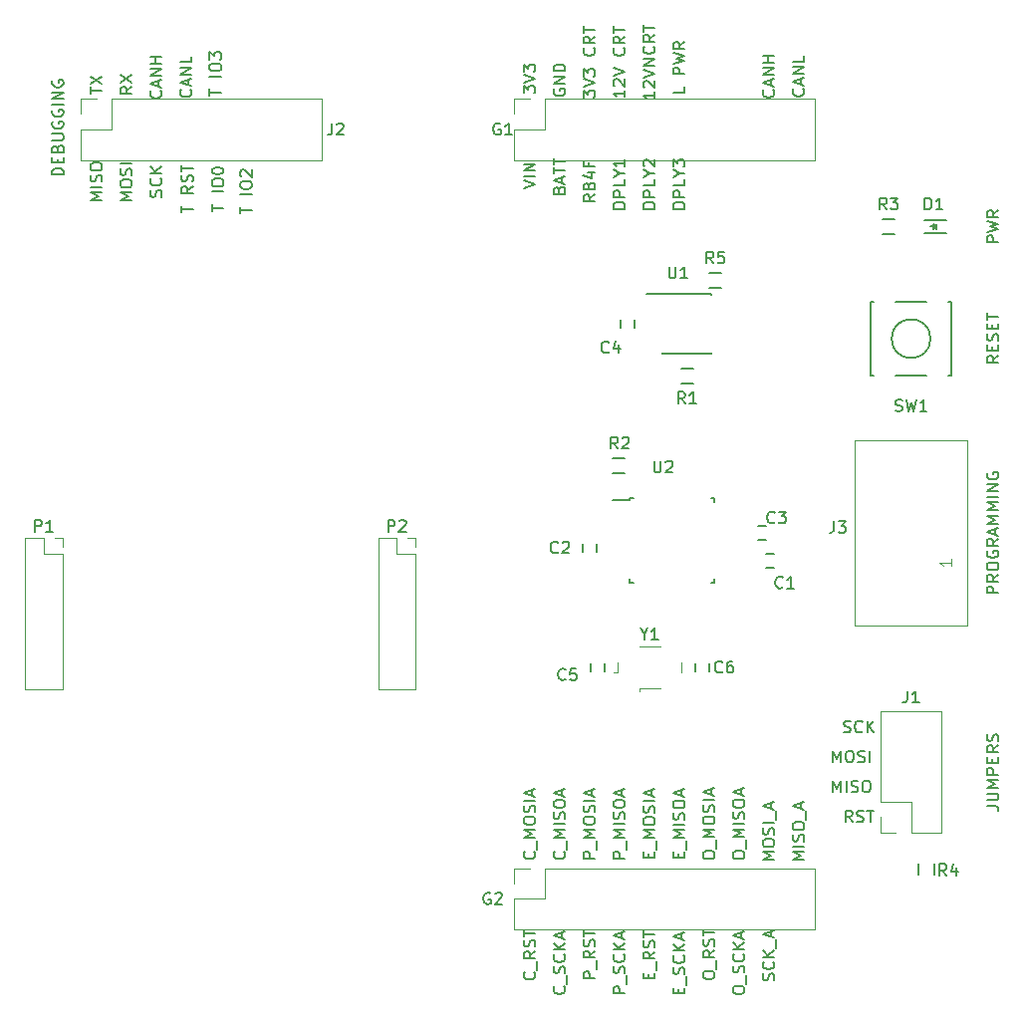
<source format=gto>
G04 #@! TF.FileFunction,Legend,Top*
%FSLAX46Y46*%
G04 Gerber Fmt 4.6, Leading zero omitted, Abs format (unit mm)*
G04 Created by KiCad (PCBNEW 4.0.6) date Monday, August 21, 2017 'PMt' 07:14:59 PM*
%MOMM*%
%LPD*%
G01*
G04 APERTURE LIST*
%ADD10C,0.100000*%
%ADD11C,0.150000*%
%ADD12C,0.120000*%
G04 APERTURE END LIST*
D10*
D11*
X128452381Y-56704762D02*
X128452381Y-56133333D01*
X129452381Y-56419048D02*
X128452381Y-56419048D01*
X129452381Y-55038095D02*
X128452381Y-55038095D01*
X128452381Y-54371429D02*
X128452381Y-54180952D01*
X128500000Y-54085714D01*
X128595238Y-53990476D01*
X128785714Y-53942857D01*
X129119048Y-53942857D01*
X129309524Y-53990476D01*
X129404762Y-54085714D01*
X129452381Y-54180952D01*
X129452381Y-54371429D01*
X129404762Y-54466667D01*
X129309524Y-54561905D01*
X129119048Y-54609524D01*
X128785714Y-54609524D01*
X128595238Y-54561905D01*
X128500000Y-54466667D01*
X128452381Y-54371429D01*
X128452381Y-53609524D02*
X128452381Y-52990476D01*
X128833333Y-53323810D01*
X128833333Y-53180952D01*
X128880952Y-53085714D01*
X128928571Y-53038095D01*
X129023810Y-52990476D01*
X129261905Y-52990476D01*
X129357143Y-53038095D01*
X129404762Y-53085714D01*
X129452381Y-53180952D01*
X129452381Y-53466667D01*
X129404762Y-53561905D01*
X129357143Y-53609524D01*
X131052381Y-66704762D02*
X131052381Y-66133333D01*
X132052381Y-66419048D02*
X131052381Y-66419048D01*
X132052381Y-65038095D02*
X131052381Y-65038095D01*
X131052381Y-64371429D02*
X131052381Y-64180952D01*
X131100000Y-64085714D01*
X131195238Y-63990476D01*
X131385714Y-63942857D01*
X131719048Y-63942857D01*
X131909524Y-63990476D01*
X132004762Y-64085714D01*
X132052381Y-64180952D01*
X132052381Y-64371429D01*
X132004762Y-64466667D01*
X131909524Y-64561905D01*
X131719048Y-64609524D01*
X131385714Y-64609524D01*
X131195238Y-64561905D01*
X131100000Y-64466667D01*
X131052381Y-64371429D01*
X131147619Y-63561905D02*
X131100000Y-63514286D01*
X131052381Y-63419048D01*
X131052381Y-63180952D01*
X131100000Y-63085714D01*
X131147619Y-63038095D01*
X131242857Y-62990476D01*
X131338095Y-62990476D01*
X131480952Y-63038095D01*
X132052381Y-63609524D01*
X132052381Y-62990476D01*
X128652381Y-66504762D02*
X128652381Y-65933333D01*
X129652381Y-66219048D02*
X128652381Y-66219048D01*
X129652381Y-64838095D02*
X128652381Y-64838095D01*
X128652381Y-64171429D02*
X128652381Y-63980952D01*
X128700000Y-63885714D01*
X128795238Y-63790476D01*
X128985714Y-63742857D01*
X129319048Y-63742857D01*
X129509524Y-63790476D01*
X129604762Y-63885714D01*
X129652381Y-63980952D01*
X129652381Y-64171429D01*
X129604762Y-64266667D01*
X129509524Y-64361905D01*
X129319048Y-64409524D01*
X128985714Y-64409524D01*
X128795238Y-64361905D01*
X128700000Y-64266667D01*
X128652381Y-64171429D01*
X128652381Y-63123810D02*
X128652381Y-63028571D01*
X128700000Y-62933333D01*
X128747619Y-62885714D01*
X128842857Y-62838095D01*
X129033333Y-62790476D01*
X129271429Y-62790476D01*
X129461905Y-62838095D01*
X129557143Y-62885714D01*
X129604762Y-62933333D01*
X129652381Y-63028571D01*
X129652381Y-63123810D01*
X129604762Y-63219048D01*
X129557143Y-63266667D01*
X129461905Y-63314286D01*
X129271429Y-63361905D01*
X129033333Y-63361905D01*
X128842857Y-63314286D01*
X128747619Y-63266667D01*
X128700000Y-63219048D01*
X128652381Y-63123810D01*
X126052381Y-66623810D02*
X126052381Y-66052381D01*
X127052381Y-66338096D02*
X126052381Y-66338096D01*
X127052381Y-64385714D02*
X126576190Y-64719048D01*
X127052381Y-64957143D02*
X126052381Y-64957143D01*
X126052381Y-64576190D01*
X126100000Y-64480952D01*
X126147619Y-64433333D01*
X126242857Y-64385714D01*
X126385714Y-64385714D01*
X126480952Y-64433333D01*
X126528571Y-64480952D01*
X126576190Y-64576190D01*
X126576190Y-64957143D01*
X127004762Y-64004762D02*
X127052381Y-63861905D01*
X127052381Y-63623809D01*
X127004762Y-63528571D01*
X126957143Y-63480952D01*
X126861905Y-63433333D01*
X126766667Y-63433333D01*
X126671429Y-63480952D01*
X126623810Y-63528571D01*
X126576190Y-63623809D01*
X126528571Y-63814286D01*
X126480952Y-63909524D01*
X126433333Y-63957143D01*
X126338095Y-64004762D01*
X126242857Y-64004762D01*
X126147619Y-63957143D01*
X126100000Y-63909524D01*
X126052381Y-63814286D01*
X126052381Y-63576190D01*
X126100000Y-63433333D01*
X126052381Y-63147619D02*
X126052381Y-62576190D01*
X127052381Y-62861905D02*
X126052381Y-62861905D01*
X183094381Y-118435381D02*
X182761047Y-117959190D01*
X182522952Y-118435381D02*
X182522952Y-117435381D01*
X182903905Y-117435381D01*
X182999143Y-117483000D01*
X183046762Y-117530619D01*
X183094381Y-117625857D01*
X183094381Y-117768714D01*
X183046762Y-117863952D01*
X182999143Y-117911571D01*
X182903905Y-117959190D01*
X182522952Y-117959190D01*
X183475333Y-118387762D02*
X183618190Y-118435381D01*
X183856286Y-118435381D01*
X183951524Y-118387762D01*
X183999143Y-118340143D01*
X184046762Y-118244905D01*
X184046762Y-118149667D01*
X183999143Y-118054429D01*
X183951524Y-118006810D01*
X183856286Y-117959190D01*
X183665809Y-117911571D01*
X183570571Y-117863952D01*
X183522952Y-117816333D01*
X183475333Y-117721095D01*
X183475333Y-117625857D01*
X183522952Y-117530619D01*
X183570571Y-117483000D01*
X183665809Y-117435381D01*
X183903905Y-117435381D01*
X184046762Y-117483000D01*
X184332476Y-117435381D02*
X184903905Y-117435381D01*
X184618190Y-118435381D02*
X184618190Y-117435381D01*
X181435572Y-115895381D02*
X181435572Y-114895381D01*
X181768906Y-115609667D01*
X182102239Y-114895381D01*
X182102239Y-115895381D01*
X182578429Y-115895381D02*
X182578429Y-114895381D01*
X183007000Y-115847762D02*
X183149857Y-115895381D01*
X183387953Y-115895381D01*
X183483191Y-115847762D01*
X183530810Y-115800143D01*
X183578429Y-115704905D01*
X183578429Y-115609667D01*
X183530810Y-115514429D01*
X183483191Y-115466810D01*
X183387953Y-115419190D01*
X183197476Y-115371571D01*
X183102238Y-115323952D01*
X183054619Y-115276333D01*
X183007000Y-115181095D01*
X183007000Y-115085857D01*
X183054619Y-114990619D01*
X183102238Y-114943000D01*
X183197476Y-114895381D01*
X183435572Y-114895381D01*
X183578429Y-114943000D01*
X184197476Y-114895381D02*
X184387953Y-114895381D01*
X184483191Y-114943000D01*
X184578429Y-115038238D01*
X184626048Y-115228714D01*
X184626048Y-115562048D01*
X184578429Y-115752524D01*
X184483191Y-115847762D01*
X184387953Y-115895381D01*
X184197476Y-115895381D01*
X184102238Y-115847762D01*
X184007000Y-115752524D01*
X183959381Y-115562048D01*
X183959381Y-115228714D01*
X184007000Y-115038238D01*
X184102238Y-114943000D01*
X184197476Y-114895381D01*
X181435572Y-113355381D02*
X181435572Y-112355381D01*
X181768906Y-113069667D01*
X182102239Y-112355381D01*
X182102239Y-113355381D01*
X182768905Y-112355381D02*
X182959382Y-112355381D01*
X183054620Y-112403000D01*
X183149858Y-112498238D01*
X183197477Y-112688714D01*
X183197477Y-113022048D01*
X183149858Y-113212524D01*
X183054620Y-113307762D01*
X182959382Y-113355381D01*
X182768905Y-113355381D01*
X182673667Y-113307762D01*
X182578429Y-113212524D01*
X182530810Y-113022048D01*
X182530810Y-112688714D01*
X182578429Y-112498238D01*
X182673667Y-112403000D01*
X182768905Y-112355381D01*
X183578429Y-113307762D02*
X183721286Y-113355381D01*
X183959382Y-113355381D01*
X184054620Y-113307762D01*
X184102239Y-113260143D01*
X184149858Y-113164905D01*
X184149858Y-113069667D01*
X184102239Y-112974429D01*
X184054620Y-112926810D01*
X183959382Y-112879190D01*
X183768905Y-112831571D01*
X183673667Y-112783952D01*
X183626048Y-112736333D01*
X183578429Y-112641095D01*
X183578429Y-112545857D01*
X183626048Y-112450619D01*
X183673667Y-112403000D01*
X183768905Y-112355381D01*
X184007001Y-112355381D01*
X184149858Y-112403000D01*
X184578429Y-113355381D02*
X184578429Y-112355381D01*
X182356286Y-110767762D02*
X182499143Y-110815381D01*
X182737239Y-110815381D01*
X182832477Y-110767762D01*
X182880096Y-110720143D01*
X182927715Y-110624905D01*
X182927715Y-110529667D01*
X182880096Y-110434429D01*
X182832477Y-110386810D01*
X182737239Y-110339190D01*
X182546762Y-110291571D01*
X182451524Y-110243952D01*
X182403905Y-110196333D01*
X182356286Y-110101095D01*
X182356286Y-110005857D01*
X182403905Y-109910619D01*
X182451524Y-109863000D01*
X182546762Y-109815381D01*
X182784858Y-109815381D01*
X182927715Y-109863000D01*
X183927715Y-110720143D02*
X183880096Y-110767762D01*
X183737239Y-110815381D01*
X183642001Y-110815381D01*
X183499143Y-110767762D01*
X183403905Y-110672524D01*
X183356286Y-110577286D01*
X183308667Y-110386810D01*
X183308667Y-110243952D01*
X183356286Y-110053476D01*
X183403905Y-109958238D01*
X183499143Y-109863000D01*
X183642001Y-109815381D01*
X183737239Y-109815381D01*
X183880096Y-109863000D01*
X183927715Y-109910619D01*
X184356286Y-110815381D02*
X184356286Y-109815381D01*
X184927715Y-110815381D02*
X184499143Y-110243952D01*
X184927715Y-109815381D02*
X184356286Y-110386810D01*
X179014381Y-121633952D02*
X178014381Y-121633952D01*
X178728667Y-121300618D01*
X178014381Y-120967285D01*
X179014381Y-120967285D01*
X179014381Y-120491095D02*
X178014381Y-120491095D01*
X178966762Y-120062524D02*
X179014381Y-119919667D01*
X179014381Y-119681571D01*
X178966762Y-119586333D01*
X178919143Y-119538714D01*
X178823905Y-119491095D01*
X178728667Y-119491095D01*
X178633429Y-119538714D01*
X178585810Y-119586333D01*
X178538190Y-119681571D01*
X178490571Y-119872048D01*
X178442952Y-119967286D01*
X178395333Y-120014905D01*
X178300095Y-120062524D01*
X178204857Y-120062524D01*
X178109619Y-120014905D01*
X178062000Y-119967286D01*
X178014381Y-119872048D01*
X178014381Y-119633952D01*
X178062000Y-119491095D01*
X178014381Y-118872048D02*
X178014381Y-118681571D01*
X178062000Y-118586333D01*
X178157238Y-118491095D01*
X178347714Y-118443476D01*
X178681048Y-118443476D01*
X178871524Y-118491095D01*
X178966762Y-118586333D01*
X179014381Y-118681571D01*
X179014381Y-118872048D01*
X178966762Y-118967286D01*
X178871524Y-119062524D01*
X178681048Y-119110143D01*
X178347714Y-119110143D01*
X178157238Y-119062524D01*
X178062000Y-118967286D01*
X178014381Y-118872048D01*
X179109619Y-118253000D02*
X179109619Y-117491095D01*
X178728667Y-117300619D02*
X178728667Y-116824428D01*
X179014381Y-117395857D02*
X178014381Y-117062524D01*
X179014381Y-116729190D01*
X126849143Y-56165619D02*
X126896762Y-56213238D01*
X126944381Y-56356095D01*
X126944381Y-56451333D01*
X126896762Y-56594191D01*
X126801524Y-56689429D01*
X126706286Y-56737048D01*
X126515810Y-56784667D01*
X126372952Y-56784667D01*
X126182476Y-56737048D01*
X126087238Y-56689429D01*
X125992000Y-56594191D01*
X125944381Y-56451333D01*
X125944381Y-56356095D01*
X125992000Y-56213238D01*
X126039619Y-56165619D01*
X126658667Y-55784667D02*
X126658667Y-55308476D01*
X126944381Y-55879905D02*
X125944381Y-55546572D01*
X126944381Y-55213238D01*
X126944381Y-54879905D02*
X125944381Y-54879905D01*
X126944381Y-54308476D01*
X125944381Y-54308476D01*
X126944381Y-53356095D02*
X126944381Y-53832286D01*
X125944381Y-53832286D01*
X124309143Y-56284666D02*
X124356762Y-56332285D01*
X124404381Y-56475142D01*
X124404381Y-56570380D01*
X124356762Y-56713238D01*
X124261524Y-56808476D01*
X124166286Y-56856095D01*
X123975810Y-56903714D01*
X123832952Y-56903714D01*
X123642476Y-56856095D01*
X123547238Y-56808476D01*
X123452000Y-56713238D01*
X123404381Y-56570380D01*
X123404381Y-56475142D01*
X123452000Y-56332285D01*
X123499619Y-56284666D01*
X124118667Y-55903714D02*
X124118667Y-55427523D01*
X124404381Y-55998952D02*
X123404381Y-55665619D01*
X124404381Y-55332285D01*
X124404381Y-54998952D02*
X123404381Y-54998952D01*
X124404381Y-54427523D01*
X123404381Y-54427523D01*
X124404381Y-53951333D02*
X123404381Y-53951333D01*
X123880571Y-53951333D02*
X123880571Y-53379904D01*
X124404381Y-53379904D02*
X123404381Y-53379904D01*
X121864381Y-55919666D02*
X121388190Y-56253000D01*
X121864381Y-56491095D02*
X120864381Y-56491095D01*
X120864381Y-56110142D01*
X120912000Y-56014904D01*
X120959619Y-55967285D01*
X121054857Y-55919666D01*
X121197714Y-55919666D01*
X121292952Y-55967285D01*
X121340571Y-56014904D01*
X121388190Y-56110142D01*
X121388190Y-56491095D01*
X120864381Y-55586333D02*
X121864381Y-54919666D01*
X120864381Y-54919666D02*
X121864381Y-55586333D01*
X118324381Y-56514905D02*
X118324381Y-55943476D01*
X119324381Y-56229191D02*
X118324381Y-56229191D01*
X118324381Y-55705381D02*
X119324381Y-55038714D01*
X118324381Y-55038714D02*
X119324381Y-55705381D01*
X124356762Y-65293714D02*
X124404381Y-65150857D01*
X124404381Y-64912761D01*
X124356762Y-64817523D01*
X124309143Y-64769904D01*
X124213905Y-64722285D01*
X124118667Y-64722285D01*
X124023429Y-64769904D01*
X123975810Y-64817523D01*
X123928190Y-64912761D01*
X123880571Y-65103238D01*
X123832952Y-65198476D01*
X123785333Y-65246095D01*
X123690095Y-65293714D01*
X123594857Y-65293714D01*
X123499619Y-65246095D01*
X123452000Y-65198476D01*
X123404381Y-65103238D01*
X123404381Y-64865142D01*
X123452000Y-64722285D01*
X124309143Y-63722285D02*
X124356762Y-63769904D01*
X124404381Y-63912761D01*
X124404381Y-64007999D01*
X124356762Y-64150857D01*
X124261524Y-64246095D01*
X124166286Y-64293714D01*
X123975810Y-64341333D01*
X123832952Y-64341333D01*
X123642476Y-64293714D01*
X123547238Y-64246095D01*
X123452000Y-64150857D01*
X123404381Y-64007999D01*
X123404381Y-63912761D01*
X123452000Y-63769904D01*
X123499619Y-63722285D01*
X124404381Y-63293714D02*
X123404381Y-63293714D01*
X124404381Y-62722285D02*
X123832952Y-63150857D01*
X123404381Y-62722285D02*
X123975810Y-63293714D01*
X121864381Y-65579428D02*
X120864381Y-65579428D01*
X121578667Y-65246094D01*
X120864381Y-64912761D01*
X121864381Y-64912761D01*
X120864381Y-64246095D02*
X120864381Y-64055618D01*
X120912000Y-63960380D01*
X121007238Y-63865142D01*
X121197714Y-63817523D01*
X121531048Y-63817523D01*
X121721524Y-63865142D01*
X121816762Y-63960380D01*
X121864381Y-64055618D01*
X121864381Y-64246095D01*
X121816762Y-64341333D01*
X121721524Y-64436571D01*
X121531048Y-64484190D01*
X121197714Y-64484190D01*
X121007238Y-64436571D01*
X120912000Y-64341333D01*
X120864381Y-64246095D01*
X121816762Y-63436571D02*
X121864381Y-63293714D01*
X121864381Y-63055618D01*
X121816762Y-62960380D01*
X121769143Y-62912761D01*
X121673905Y-62865142D01*
X121578667Y-62865142D01*
X121483429Y-62912761D01*
X121435810Y-62960380D01*
X121388190Y-63055618D01*
X121340571Y-63246095D01*
X121292952Y-63341333D01*
X121245333Y-63388952D01*
X121150095Y-63436571D01*
X121054857Y-63436571D01*
X120959619Y-63388952D01*
X120912000Y-63341333D01*
X120864381Y-63246095D01*
X120864381Y-63007999D01*
X120912000Y-62865142D01*
X121864381Y-62436571D02*
X120864381Y-62436571D01*
X119324381Y-65579428D02*
X118324381Y-65579428D01*
X119038667Y-65246094D01*
X118324381Y-64912761D01*
X119324381Y-64912761D01*
X119324381Y-64436571D02*
X118324381Y-64436571D01*
X119276762Y-64008000D02*
X119324381Y-63865143D01*
X119324381Y-63627047D01*
X119276762Y-63531809D01*
X119229143Y-63484190D01*
X119133905Y-63436571D01*
X119038667Y-63436571D01*
X118943429Y-63484190D01*
X118895810Y-63531809D01*
X118848190Y-63627047D01*
X118800571Y-63817524D01*
X118752952Y-63912762D01*
X118705333Y-63960381D01*
X118610095Y-64008000D01*
X118514857Y-64008000D01*
X118419619Y-63960381D01*
X118372000Y-63912762D01*
X118324381Y-63817524D01*
X118324381Y-63579428D01*
X118372000Y-63436571D01*
X118324381Y-62817524D02*
X118324381Y-62627047D01*
X118372000Y-62531809D01*
X118467238Y-62436571D01*
X118657714Y-62388952D01*
X118991048Y-62388952D01*
X119181524Y-62436571D01*
X119276762Y-62531809D01*
X119324381Y-62627047D01*
X119324381Y-62817524D01*
X119276762Y-62912762D01*
X119181524Y-63008000D01*
X118991048Y-63055619D01*
X118657714Y-63055619D01*
X118467238Y-63008000D01*
X118372000Y-62912762D01*
X118324381Y-62817524D01*
X116052381Y-63400000D02*
X115052381Y-63400000D01*
X115052381Y-63161905D01*
X115100000Y-63019047D01*
X115195238Y-62923809D01*
X115290476Y-62876190D01*
X115480952Y-62828571D01*
X115623810Y-62828571D01*
X115814286Y-62876190D01*
X115909524Y-62923809D01*
X116004762Y-63019047D01*
X116052381Y-63161905D01*
X116052381Y-63400000D01*
X115528571Y-62400000D02*
X115528571Y-62066666D01*
X116052381Y-61923809D02*
X116052381Y-62400000D01*
X115052381Y-62400000D01*
X115052381Y-61923809D01*
X115528571Y-61161904D02*
X115576190Y-61019047D01*
X115623810Y-60971428D01*
X115719048Y-60923809D01*
X115861905Y-60923809D01*
X115957143Y-60971428D01*
X116004762Y-61019047D01*
X116052381Y-61114285D01*
X116052381Y-61495238D01*
X115052381Y-61495238D01*
X115052381Y-61161904D01*
X115100000Y-61066666D01*
X115147619Y-61019047D01*
X115242857Y-60971428D01*
X115338095Y-60971428D01*
X115433333Y-61019047D01*
X115480952Y-61066666D01*
X115528571Y-61161904D01*
X115528571Y-61495238D01*
X115052381Y-60495238D02*
X115861905Y-60495238D01*
X115957143Y-60447619D01*
X116004762Y-60400000D01*
X116052381Y-60304762D01*
X116052381Y-60114285D01*
X116004762Y-60019047D01*
X115957143Y-59971428D01*
X115861905Y-59923809D01*
X115052381Y-59923809D01*
X115100000Y-58923809D02*
X115052381Y-59019047D01*
X115052381Y-59161904D01*
X115100000Y-59304762D01*
X115195238Y-59400000D01*
X115290476Y-59447619D01*
X115480952Y-59495238D01*
X115623810Y-59495238D01*
X115814286Y-59447619D01*
X115909524Y-59400000D01*
X116004762Y-59304762D01*
X116052381Y-59161904D01*
X116052381Y-59066666D01*
X116004762Y-58923809D01*
X115957143Y-58876190D01*
X115623810Y-58876190D01*
X115623810Y-59066666D01*
X115100000Y-57923809D02*
X115052381Y-58019047D01*
X115052381Y-58161904D01*
X115100000Y-58304762D01*
X115195238Y-58400000D01*
X115290476Y-58447619D01*
X115480952Y-58495238D01*
X115623810Y-58495238D01*
X115814286Y-58447619D01*
X115909524Y-58400000D01*
X116004762Y-58304762D01*
X116052381Y-58161904D01*
X116052381Y-58066666D01*
X116004762Y-57923809D01*
X115957143Y-57876190D01*
X115623810Y-57876190D01*
X115623810Y-58066666D01*
X116052381Y-57447619D02*
X115052381Y-57447619D01*
X116052381Y-56971429D02*
X115052381Y-56971429D01*
X116052381Y-56400000D01*
X115052381Y-56400000D01*
X115100000Y-55400000D02*
X115052381Y-55495238D01*
X115052381Y-55638095D01*
X115100000Y-55780953D01*
X115195238Y-55876191D01*
X115290476Y-55923810D01*
X115480952Y-55971429D01*
X115623810Y-55971429D01*
X115814286Y-55923810D01*
X115909524Y-55876191D01*
X116004762Y-55780953D01*
X116052381Y-55638095D01*
X116052381Y-55542857D01*
X116004762Y-55400000D01*
X115957143Y-55352381D01*
X115623810Y-55352381D01*
X115623810Y-55542857D01*
X194524381Y-117053952D02*
X195238667Y-117053952D01*
X195381524Y-117101572D01*
X195476762Y-117196810D01*
X195524381Y-117339667D01*
X195524381Y-117434905D01*
X194524381Y-116577762D02*
X195333905Y-116577762D01*
X195429143Y-116530143D01*
X195476762Y-116482524D01*
X195524381Y-116387286D01*
X195524381Y-116196809D01*
X195476762Y-116101571D01*
X195429143Y-116053952D01*
X195333905Y-116006333D01*
X194524381Y-116006333D01*
X195524381Y-115530143D02*
X194524381Y-115530143D01*
X195238667Y-115196809D01*
X194524381Y-114863476D01*
X195524381Y-114863476D01*
X195524381Y-114387286D02*
X194524381Y-114387286D01*
X194524381Y-114006333D01*
X194572000Y-113911095D01*
X194619619Y-113863476D01*
X194714857Y-113815857D01*
X194857714Y-113815857D01*
X194952952Y-113863476D01*
X195000571Y-113911095D01*
X195048190Y-114006333D01*
X195048190Y-114387286D01*
X195000571Y-113387286D02*
X195000571Y-113053952D01*
X195524381Y-112911095D02*
X195524381Y-113387286D01*
X194524381Y-113387286D01*
X194524381Y-112911095D01*
X195524381Y-111911095D02*
X195048190Y-112244429D01*
X195524381Y-112482524D02*
X194524381Y-112482524D01*
X194524381Y-112101571D01*
X194572000Y-112006333D01*
X194619619Y-111958714D01*
X194714857Y-111911095D01*
X194857714Y-111911095D01*
X194952952Y-111958714D01*
X195000571Y-112006333D01*
X195048190Y-112101571D01*
X195048190Y-112482524D01*
X195476762Y-111530143D02*
X195524381Y-111387286D01*
X195524381Y-111149190D01*
X195476762Y-111053952D01*
X195429143Y-111006333D01*
X195333905Y-110958714D01*
X195238667Y-110958714D01*
X195143429Y-111006333D01*
X195095810Y-111053952D01*
X195048190Y-111149190D01*
X195000571Y-111339667D01*
X194952952Y-111434905D01*
X194905333Y-111482524D01*
X194810095Y-111530143D01*
X194714857Y-111530143D01*
X194619619Y-111482524D01*
X194572000Y-111434905D01*
X194524381Y-111339667D01*
X194524381Y-111101571D01*
X194572000Y-110958714D01*
X195524381Y-78795381D02*
X195048190Y-79128715D01*
X195524381Y-79366810D02*
X194524381Y-79366810D01*
X194524381Y-78985857D01*
X194572000Y-78890619D01*
X194619619Y-78843000D01*
X194714857Y-78795381D01*
X194857714Y-78795381D01*
X194952952Y-78843000D01*
X195000571Y-78890619D01*
X195048190Y-78985857D01*
X195048190Y-79366810D01*
X195000571Y-78366810D02*
X195000571Y-78033476D01*
X195524381Y-77890619D02*
X195524381Y-78366810D01*
X194524381Y-78366810D01*
X194524381Y-77890619D01*
X195476762Y-77509667D02*
X195524381Y-77366810D01*
X195524381Y-77128714D01*
X195476762Y-77033476D01*
X195429143Y-76985857D01*
X195333905Y-76938238D01*
X195238667Y-76938238D01*
X195143429Y-76985857D01*
X195095810Y-77033476D01*
X195048190Y-77128714D01*
X195000571Y-77319191D01*
X194952952Y-77414429D01*
X194905333Y-77462048D01*
X194810095Y-77509667D01*
X194714857Y-77509667D01*
X194619619Y-77462048D01*
X194572000Y-77414429D01*
X194524381Y-77319191D01*
X194524381Y-77081095D01*
X194572000Y-76938238D01*
X195000571Y-76509667D02*
X195000571Y-76176333D01*
X195524381Y-76033476D02*
X195524381Y-76509667D01*
X194524381Y-76509667D01*
X194524381Y-76033476D01*
X194524381Y-75747762D02*
X194524381Y-75176333D01*
X195524381Y-75462048D02*
X194524381Y-75462048D01*
X195524381Y-98972047D02*
X194524381Y-98972047D01*
X194524381Y-98591094D01*
X194572000Y-98495856D01*
X194619619Y-98448237D01*
X194714857Y-98400618D01*
X194857714Y-98400618D01*
X194952952Y-98448237D01*
X195000571Y-98495856D01*
X195048190Y-98591094D01*
X195048190Y-98972047D01*
X195524381Y-97400618D02*
X195048190Y-97733952D01*
X195524381Y-97972047D02*
X194524381Y-97972047D01*
X194524381Y-97591094D01*
X194572000Y-97495856D01*
X194619619Y-97448237D01*
X194714857Y-97400618D01*
X194857714Y-97400618D01*
X194952952Y-97448237D01*
X195000571Y-97495856D01*
X195048190Y-97591094D01*
X195048190Y-97972047D01*
X194524381Y-96781571D02*
X194524381Y-96591094D01*
X194572000Y-96495856D01*
X194667238Y-96400618D01*
X194857714Y-96352999D01*
X195191048Y-96352999D01*
X195381524Y-96400618D01*
X195476762Y-96495856D01*
X195524381Y-96591094D01*
X195524381Y-96781571D01*
X195476762Y-96876809D01*
X195381524Y-96972047D01*
X195191048Y-97019666D01*
X194857714Y-97019666D01*
X194667238Y-96972047D01*
X194572000Y-96876809D01*
X194524381Y-96781571D01*
X194572000Y-95400618D02*
X194524381Y-95495856D01*
X194524381Y-95638713D01*
X194572000Y-95781571D01*
X194667238Y-95876809D01*
X194762476Y-95924428D01*
X194952952Y-95972047D01*
X195095810Y-95972047D01*
X195286286Y-95924428D01*
X195381524Y-95876809D01*
X195476762Y-95781571D01*
X195524381Y-95638713D01*
X195524381Y-95543475D01*
X195476762Y-95400618D01*
X195429143Y-95352999D01*
X195095810Y-95352999D01*
X195095810Y-95543475D01*
X195524381Y-94352999D02*
X195048190Y-94686333D01*
X195524381Y-94924428D02*
X194524381Y-94924428D01*
X194524381Y-94543475D01*
X194572000Y-94448237D01*
X194619619Y-94400618D01*
X194714857Y-94352999D01*
X194857714Y-94352999D01*
X194952952Y-94400618D01*
X195000571Y-94448237D01*
X195048190Y-94543475D01*
X195048190Y-94924428D01*
X195238667Y-93972047D02*
X195238667Y-93495856D01*
X195524381Y-94067285D02*
X194524381Y-93733952D01*
X195524381Y-93400618D01*
X195524381Y-93067285D02*
X194524381Y-93067285D01*
X195238667Y-92733951D01*
X194524381Y-92400618D01*
X195524381Y-92400618D01*
X195524381Y-91924428D02*
X194524381Y-91924428D01*
X195238667Y-91591094D01*
X194524381Y-91257761D01*
X195524381Y-91257761D01*
X195524381Y-90781571D02*
X194524381Y-90781571D01*
X195524381Y-90305381D02*
X194524381Y-90305381D01*
X195524381Y-89733952D01*
X194524381Y-89733952D01*
X194572000Y-88733952D02*
X194524381Y-88829190D01*
X194524381Y-88972047D01*
X194572000Y-89114905D01*
X194667238Y-89210143D01*
X194762476Y-89257762D01*
X194952952Y-89305381D01*
X195095810Y-89305381D01*
X195286286Y-89257762D01*
X195381524Y-89210143D01*
X195476762Y-89114905D01*
X195524381Y-88972047D01*
X195524381Y-88876809D01*
X195476762Y-88733952D01*
X195429143Y-88686333D01*
X195095810Y-88686333D01*
X195095810Y-88876809D01*
X156059143Y-120927523D02*
X156106762Y-120975142D01*
X156154381Y-121117999D01*
X156154381Y-121213237D01*
X156106762Y-121356095D01*
X156011524Y-121451333D01*
X155916286Y-121498952D01*
X155725810Y-121546571D01*
X155582952Y-121546571D01*
X155392476Y-121498952D01*
X155297238Y-121451333D01*
X155202000Y-121356095D01*
X155154381Y-121213237D01*
X155154381Y-121117999D01*
X155202000Y-120975142D01*
X155249619Y-120927523D01*
X156249619Y-120737047D02*
X156249619Y-119975142D01*
X156154381Y-119737047D02*
X155154381Y-119737047D01*
X155868667Y-119403713D01*
X155154381Y-119070380D01*
X156154381Y-119070380D01*
X155154381Y-118403714D02*
X155154381Y-118213237D01*
X155202000Y-118117999D01*
X155297238Y-118022761D01*
X155487714Y-117975142D01*
X155821048Y-117975142D01*
X156011524Y-118022761D01*
X156106762Y-118117999D01*
X156154381Y-118213237D01*
X156154381Y-118403714D01*
X156106762Y-118498952D01*
X156011524Y-118594190D01*
X155821048Y-118641809D01*
X155487714Y-118641809D01*
X155297238Y-118594190D01*
X155202000Y-118498952D01*
X155154381Y-118403714D01*
X156106762Y-117594190D02*
X156154381Y-117451333D01*
X156154381Y-117213237D01*
X156106762Y-117117999D01*
X156059143Y-117070380D01*
X155963905Y-117022761D01*
X155868667Y-117022761D01*
X155773429Y-117070380D01*
X155725810Y-117117999D01*
X155678190Y-117213237D01*
X155630571Y-117403714D01*
X155582952Y-117498952D01*
X155535333Y-117546571D01*
X155440095Y-117594190D01*
X155344857Y-117594190D01*
X155249619Y-117546571D01*
X155202000Y-117498952D01*
X155154381Y-117403714D01*
X155154381Y-117165618D01*
X155202000Y-117022761D01*
X156154381Y-116594190D02*
X155154381Y-116594190D01*
X155868667Y-116165619D02*
X155868667Y-115689428D01*
X156154381Y-116260857D02*
X155154381Y-115927524D01*
X156154381Y-115594190D01*
X158599143Y-120927523D02*
X158646762Y-120975142D01*
X158694381Y-121117999D01*
X158694381Y-121213237D01*
X158646762Y-121356095D01*
X158551524Y-121451333D01*
X158456286Y-121498952D01*
X158265810Y-121546571D01*
X158122952Y-121546571D01*
X157932476Y-121498952D01*
X157837238Y-121451333D01*
X157742000Y-121356095D01*
X157694381Y-121213237D01*
X157694381Y-121117999D01*
X157742000Y-120975142D01*
X157789619Y-120927523D01*
X158789619Y-120737047D02*
X158789619Y-119975142D01*
X158694381Y-119737047D02*
X157694381Y-119737047D01*
X158408667Y-119403713D01*
X157694381Y-119070380D01*
X158694381Y-119070380D01*
X158694381Y-118594190D02*
X157694381Y-118594190D01*
X158646762Y-118165619D02*
X158694381Y-118022762D01*
X158694381Y-117784666D01*
X158646762Y-117689428D01*
X158599143Y-117641809D01*
X158503905Y-117594190D01*
X158408667Y-117594190D01*
X158313429Y-117641809D01*
X158265810Y-117689428D01*
X158218190Y-117784666D01*
X158170571Y-117975143D01*
X158122952Y-118070381D01*
X158075333Y-118118000D01*
X157980095Y-118165619D01*
X157884857Y-118165619D01*
X157789619Y-118118000D01*
X157742000Y-118070381D01*
X157694381Y-117975143D01*
X157694381Y-117737047D01*
X157742000Y-117594190D01*
X157694381Y-116975143D02*
X157694381Y-116784666D01*
X157742000Y-116689428D01*
X157837238Y-116594190D01*
X158027714Y-116546571D01*
X158361048Y-116546571D01*
X158551524Y-116594190D01*
X158646762Y-116689428D01*
X158694381Y-116784666D01*
X158694381Y-116975143D01*
X158646762Y-117070381D01*
X158551524Y-117165619D01*
X158361048Y-117213238D01*
X158027714Y-117213238D01*
X157837238Y-117165619D01*
X157742000Y-117070381D01*
X157694381Y-116975143D01*
X158408667Y-116165619D02*
X158408667Y-115689428D01*
X158694381Y-116260857D02*
X157694381Y-115927524D01*
X158694381Y-115594190D01*
X161234381Y-121498952D02*
X160234381Y-121498952D01*
X160234381Y-121117999D01*
X160282000Y-121022761D01*
X160329619Y-120975142D01*
X160424857Y-120927523D01*
X160567714Y-120927523D01*
X160662952Y-120975142D01*
X160710571Y-121022761D01*
X160758190Y-121117999D01*
X160758190Y-121498952D01*
X161329619Y-120737047D02*
X161329619Y-119975142D01*
X161234381Y-119737047D02*
X160234381Y-119737047D01*
X160948667Y-119403713D01*
X160234381Y-119070380D01*
X161234381Y-119070380D01*
X160234381Y-118403714D02*
X160234381Y-118213237D01*
X160282000Y-118117999D01*
X160377238Y-118022761D01*
X160567714Y-117975142D01*
X160901048Y-117975142D01*
X161091524Y-118022761D01*
X161186762Y-118117999D01*
X161234381Y-118213237D01*
X161234381Y-118403714D01*
X161186762Y-118498952D01*
X161091524Y-118594190D01*
X160901048Y-118641809D01*
X160567714Y-118641809D01*
X160377238Y-118594190D01*
X160282000Y-118498952D01*
X160234381Y-118403714D01*
X161186762Y-117594190D02*
X161234381Y-117451333D01*
X161234381Y-117213237D01*
X161186762Y-117117999D01*
X161139143Y-117070380D01*
X161043905Y-117022761D01*
X160948667Y-117022761D01*
X160853429Y-117070380D01*
X160805810Y-117117999D01*
X160758190Y-117213237D01*
X160710571Y-117403714D01*
X160662952Y-117498952D01*
X160615333Y-117546571D01*
X160520095Y-117594190D01*
X160424857Y-117594190D01*
X160329619Y-117546571D01*
X160282000Y-117498952D01*
X160234381Y-117403714D01*
X160234381Y-117165618D01*
X160282000Y-117022761D01*
X161234381Y-116594190D02*
X160234381Y-116594190D01*
X160948667Y-116165619D02*
X160948667Y-115689428D01*
X161234381Y-116260857D02*
X160234381Y-115927524D01*
X161234381Y-115594190D01*
X163774381Y-121498952D02*
X162774381Y-121498952D01*
X162774381Y-121117999D01*
X162822000Y-121022761D01*
X162869619Y-120975142D01*
X162964857Y-120927523D01*
X163107714Y-120927523D01*
X163202952Y-120975142D01*
X163250571Y-121022761D01*
X163298190Y-121117999D01*
X163298190Y-121498952D01*
X163869619Y-120737047D02*
X163869619Y-119975142D01*
X163774381Y-119737047D02*
X162774381Y-119737047D01*
X163488667Y-119403713D01*
X162774381Y-119070380D01*
X163774381Y-119070380D01*
X163774381Y-118594190D02*
X162774381Y-118594190D01*
X163726762Y-118165619D02*
X163774381Y-118022762D01*
X163774381Y-117784666D01*
X163726762Y-117689428D01*
X163679143Y-117641809D01*
X163583905Y-117594190D01*
X163488667Y-117594190D01*
X163393429Y-117641809D01*
X163345810Y-117689428D01*
X163298190Y-117784666D01*
X163250571Y-117975143D01*
X163202952Y-118070381D01*
X163155333Y-118118000D01*
X163060095Y-118165619D01*
X162964857Y-118165619D01*
X162869619Y-118118000D01*
X162822000Y-118070381D01*
X162774381Y-117975143D01*
X162774381Y-117737047D01*
X162822000Y-117594190D01*
X162774381Y-116975143D02*
X162774381Y-116784666D01*
X162822000Y-116689428D01*
X162917238Y-116594190D01*
X163107714Y-116546571D01*
X163441048Y-116546571D01*
X163631524Y-116594190D01*
X163726762Y-116689428D01*
X163774381Y-116784666D01*
X163774381Y-116975143D01*
X163726762Y-117070381D01*
X163631524Y-117165619D01*
X163441048Y-117213238D01*
X163107714Y-117213238D01*
X162917238Y-117165619D01*
X162822000Y-117070381D01*
X162774381Y-116975143D01*
X163488667Y-116165619D02*
X163488667Y-115689428D01*
X163774381Y-116260857D02*
X162774381Y-115927524D01*
X163774381Y-115594190D01*
X165790571Y-121451333D02*
X165790571Y-121117999D01*
X166314381Y-120975142D02*
X166314381Y-121451333D01*
X165314381Y-121451333D01*
X165314381Y-120975142D01*
X166409619Y-120784666D02*
X166409619Y-120022761D01*
X166314381Y-119784666D02*
X165314381Y-119784666D01*
X166028667Y-119451332D01*
X165314381Y-119117999D01*
X166314381Y-119117999D01*
X165314381Y-118451333D02*
X165314381Y-118260856D01*
X165362000Y-118165618D01*
X165457238Y-118070380D01*
X165647714Y-118022761D01*
X165981048Y-118022761D01*
X166171524Y-118070380D01*
X166266762Y-118165618D01*
X166314381Y-118260856D01*
X166314381Y-118451333D01*
X166266762Y-118546571D01*
X166171524Y-118641809D01*
X165981048Y-118689428D01*
X165647714Y-118689428D01*
X165457238Y-118641809D01*
X165362000Y-118546571D01*
X165314381Y-118451333D01*
X166266762Y-117641809D02*
X166314381Y-117498952D01*
X166314381Y-117260856D01*
X166266762Y-117165618D01*
X166219143Y-117117999D01*
X166123905Y-117070380D01*
X166028667Y-117070380D01*
X165933429Y-117117999D01*
X165885810Y-117165618D01*
X165838190Y-117260856D01*
X165790571Y-117451333D01*
X165742952Y-117546571D01*
X165695333Y-117594190D01*
X165600095Y-117641809D01*
X165504857Y-117641809D01*
X165409619Y-117594190D01*
X165362000Y-117546571D01*
X165314381Y-117451333D01*
X165314381Y-117213237D01*
X165362000Y-117070380D01*
X166314381Y-116641809D02*
X165314381Y-116641809D01*
X166028667Y-116213238D02*
X166028667Y-115737047D01*
X166314381Y-116308476D02*
X165314381Y-115975143D01*
X166314381Y-115641809D01*
X168330571Y-121451333D02*
X168330571Y-121117999D01*
X168854381Y-120975142D02*
X168854381Y-121451333D01*
X167854381Y-121451333D01*
X167854381Y-120975142D01*
X168949619Y-120784666D02*
X168949619Y-120022761D01*
X168854381Y-119784666D02*
X167854381Y-119784666D01*
X168568667Y-119451332D01*
X167854381Y-119117999D01*
X168854381Y-119117999D01*
X168854381Y-118641809D02*
X167854381Y-118641809D01*
X168806762Y-118213238D02*
X168854381Y-118070381D01*
X168854381Y-117832285D01*
X168806762Y-117737047D01*
X168759143Y-117689428D01*
X168663905Y-117641809D01*
X168568667Y-117641809D01*
X168473429Y-117689428D01*
X168425810Y-117737047D01*
X168378190Y-117832285D01*
X168330571Y-118022762D01*
X168282952Y-118118000D01*
X168235333Y-118165619D01*
X168140095Y-118213238D01*
X168044857Y-118213238D01*
X167949619Y-118165619D01*
X167902000Y-118118000D01*
X167854381Y-118022762D01*
X167854381Y-117784666D01*
X167902000Y-117641809D01*
X167854381Y-117022762D02*
X167854381Y-116832285D01*
X167902000Y-116737047D01*
X167997238Y-116641809D01*
X168187714Y-116594190D01*
X168521048Y-116594190D01*
X168711524Y-116641809D01*
X168806762Y-116737047D01*
X168854381Y-116832285D01*
X168854381Y-117022762D01*
X168806762Y-117118000D01*
X168711524Y-117213238D01*
X168521048Y-117260857D01*
X168187714Y-117260857D01*
X167997238Y-117213238D01*
X167902000Y-117118000D01*
X167854381Y-117022762D01*
X168568667Y-116213238D02*
X168568667Y-115737047D01*
X168854381Y-116308476D02*
X167854381Y-115975143D01*
X168854381Y-115641809D01*
X170394381Y-121332286D02*
X170394381Y-121141809D01*
X170442000Y-121046571D01*
X170537238Y-120951333D01*
X170727714Y-120903714D01*
X171061048Y-120903714D01*
X171251524Y-120951333D01*
X171346762Y-121046571D01*
X171394381Y-121141809D01*
X171394381Y-121332286D01*
X171346762Y-121427524D01*
X171251524Y-121522762D01*
X171061048Y-121570381D01*
X170727714Y-121570381D01*
X170537238Y-121522762D01*
X170442000Y-121427524D01*
X170394381Y-121332286D01*
X171489619Y-120713238D02*
X171489619Y-119951333D01*
X171394381Y-119713238D02*
X170394381Y-119713238D01*
X171108667Y-119379904D01*
X170394381Y-119046571D01*
X171394381Y-119046571D01*
X170394381Y-118379905D02*
X170394381Y-118189428D01*
X170442000Y-118094190D01*
X170537238Y-117998952D01*
X170727714Y-117951333D01*
X171061048Y-117951333D01*
X171251524Y-117998952D01*
X171346762Y-118094190D01*
X171394381Y-118189428D01*
X171394381Y-118379905D01*
X171346762Y-118475143D01*
X171251524Y-118570381D01*
X171061048Y-118618000D01*
X170727714Y-118618000D01*
X170537238Y-118570381D01*
X170442000Y-118475143D01*
X170394381Y-118379905D01*
X171346762Y-117570381D02*
X171394381Y-117427524D01*
X171394381Y-117189428D01*
X171346762Y-117094190D01*
X171299143Y-117046571D01*
X171203905Y-116998952D01*
X171108667Y-116998952D01*
X171013429Y-117046571D01*
X170965810Y-117094190D01*
X170918190Y-117189428D01*
X170870571Y-117379905D01*
X170822952Y-117475143D01*
X170775333Y-117522762D01*
X170680095Y-117570381D01*
X170584857Y-117570381D01*
X170489619Y-117522762D01*
X170442000Y-117475143D01*
X170394381Y-117379905D01*
X170394381Y-117141809D01*
X170442000Y-116998952D01*
X171394381Y-116570381D02*
X170394381Y-116570381D01*
X171108667Y-116141810D02*
X171108667Y-115665619D01*
X171394381Y-116237048D02*
X170394381Y-115903715D01*
X171394381Y-115570381D01*
X172934381Y-121332286D02*
X172934381Y-121141809D01*
X172982000Y-121046571D01*
X173077238Y-120951333D01*
X173267714Y-120903714D01*
X173601048Y-120903714D01*
X173791524Y-120951333D01*
X173886762Y-121046571D01*
X173934381Y-121141809D01*
X173934381Y-121332286D01*
X173886762Y-121427524D01*
X173791524Y-121522762D01*
X173601048Y-121570381D01*
X173267714Y-121570381D01*
X173077238Y-121522762D01*
X172982000Y-121427524D01*
X172934381Y-121332286D01*
X174029619Y-120713238D02*
X174029619Y-119951333D01*
X173934381Y-119713238D02*
X172934381Y-119713238D01*
X173648667Y-119379904D01*
X172934381Y-119046571D01*
X173934381Y-119046571D01*
X173934381Y-118570381D02*
X172934381Y-118570381D01*
X173886762Y-118141810D02*
X173934381Y-117998953D01*
X173934381Y-117760857D01*
X173886762Y-117665619D01*
X173839143Y-117618000D01*
X173743905Y-117570381D01*
X173648667Y-117570381D01*
X173553429Y-117618000D01*
X173505810Y-117665619D01*
X173458190Y-117760857D01*
X173410571Y-117951334D01*
X173362952Y-118046572D01*
X173315333Y-118094191D01*
X173220095Y-118141810D01*
X173124857Y-118141810D01*
X173029619Y-118094191D01*
X172982000Y-118046572D01*
X172934381Y-117951334D01*
X172934381Y-117713238D01*
X172982000Y-117570381D01*
X172934381Y-116951334D02*
X172934381Y-116760857D01*
X172982000Y-116665619D01*
X173077238Y-116570381D01*
X173267714Y-116522762D01*
X173601048Y-116522762D01*
X173791524Y-116570381D01*
X173886762Y-116665619D01*
X173934381Y-116760857D01*
X173934381Y-116951334D01*
X173886762Y-117046572D01*
X173791524Y-117141810D01*
X173601048Y-117189429D01*
X173267714Y-117189429D01*
X173077238Y-117141810D01*
X172982000Y-117046572D01*
X172934381Y-116951334D01*
X173648667Y-116141810D02*
X173648667Y-115665619D01*
X173934381Y-116237048D02*
X172934381Y-115903715D01*
X173934381Y-115570381D01*
X176474381Y-121633952D02*
X175474381Y-121633952D01*
X176188667Y-121300618D01*
X175474381Y-120967285D01*
X176474381Y-120967285D01*
X175474381Y-120300619D02*
X175474381Y-120110142D01*
X175522000Y-120014904D01*
X175617238Y-119919666D01*
X175807714Y-119872047D01*
X176141048Y-119872047D01*
X176331524Y-119919666D01*
X176426762Y-120014904D01*
X176474381Y-120110142D01*
X176474381Y-120300619D01*
X176426762Y-120395857D01*
X176331524Y-120491095D01*
X176141048Y-120538714D01*
X175807714Y-120538714D01*
X175617238Y-120491095D01*
X175522000Y-120395857D01*
X175474381Y-120300619D01*
X176426762Y-119491095D02*
X176474381Y-119348238D01*
X176474381Y-119110142D01*
X176426762Y-119014904D01*
X176379143Y-118967285D01*
X176283905Y-118919666D01*
X176188667Y-118919666D01*
X176093429Y-118967285D01*
X176045810Y-119014904D01*
X175998190Y-119110142D01*
X175950571Y-119300619D01*
X175902952Y-119395857D01*
X175855333Y-119443476D01*
X175760095Y-119491095D01*
X175664857Y-119491095D01*
X175569619Y-119443476D01*
X175522000Y-119395857D01*
X175474381Y-119300619D01*
X175474381Y-119062523D01*
X175522000Y-118919666D01*
X176474381Y-118491095D02*
X175474381Y-118491095D01*
X176569619Y-118253000D02*
X176569619Y-117491095D01*
X176188667Y-117300619D02*
X176188667Y-116824428D01*
X176474381Y-117395857D02*
X175474381Y-117062524D01*
X176474381Y-116729190D01*
X176426762Y-131888953D02*
X176474381Y-131746096D01*
X176474381Y-131508000D01*
X176426762Y-131412762D01*
X176379143Y-131365143D01*
X176283905Y-131317524D01*
X176188667Y-131317524D01*
X176093429Y-131365143D01*
X176045810Y-131412762D01*
X175998190Y-131508000D01*
X175950571Y-131698477D01*
X175902952Y-131793715D01*
X175855333Y-131841334D01*
X175760095Y-131888953D01*
X175664857Y-131888953D01*
X175569619Y-131841334D01*
X175522000Y-131793715D01*
X175474381Y-131698477D01*
X175474381Y-131460381D01*
X175522000Y-131317524D01*
X176379143Y-130317524D02*
X176426762Y-130365143D01*
X176474381Y-130508000D01*
X176474381Y-130603238D01*
X176426762Y-130746096D01*
X176331524Y-130841334D01*
X176236286Y-130888953D01*
X176045810Y-130936572D01*
X175902952Y-130936572D01*
X175712476Y-130888953D01*
X175617238Y-130841334D01*
X175522000Y-130746096D01*
X175474381Y-130603238D01*
X175474381Y-130508000D01*
X175522000Y-130365143D01*
X175569619Y-130317524D01*
X176474381Y-129888953D02*
X175474381Y-129888953D01*
X176474381Y-129317524D02*
X175902952Y-129746096D01*
X175474381Y-129317524D02*
X176045810Y-129888953D01*
X176569619Y-129127048D02*
X176569619Y-128365143D01*
X176188667Y-128174667D02*
X176188667Y-127698476D01*
X176474381Y-128269905D02*
X175474381Y-127936572D01*
X176474381Y-127603238D01*
X172934381Y-132794429D02*
X172934381Y-132603952D01*
X172982000Y-132508714D01*
X173077238Y-132413476D01*
X173267714Y-132365857D01*
X173601048Y-132365857D01*
X173791524Y-132413476D01*
X173886762Y-132508714D01*
X173934381Y-132603952D01*
X173934381Y-132794429D01*
X173886762Y-132889667D01*
X173791524Y-132984905D01*
X173601048Y-133032524D01*
X173267714Y-133032524D01*
X173077238Y-132984905D01*
X172982000Y-132889667D01*
X172934381Y-132794429D01*
X174029619Y-132175381D02*
X174029619Y-131413476D01*
X173886762Y-131223000D02*
X173934381Y-131080143D01*
X173934381Y-130842047D01*
X173886762Y-130746809D01*
X173839143Y-130699190D01*
X173743905Y-130651571D01*
X173648667Y-130651571D01*
X173553429Y-130699190D01*
X173505810Y-130746809D01*
X173458190Y-130842047D01*
X173410571Y-131032524D01*
X173362952Y-131127762D01*
X173315333Y-131175381D01*
X173220095Y-131223000D01*
X173124857Y-131223000D01*
X173029619Y-131175381D01*
X172982000Y-131127762D01*
X172934381Y-131032524D01*
X172934381Y-130794428D01*
X172982000Y-130651571D01*
X173839143Y-129651571D02*
X173886762Y-129699190D01*
X173934381Y-129842047D01*
X173934381Y-129937285D01*
X173886762Y-130080143D01*
X173791524Y-130175381D01*
X173696286Y-130223000D01*
X173505810Y-130270619D01*
X173362952Y-130270619D01*
X173172476Y-130223000D01*
X173077238Y-130175381D01*
X172982000Y-130080143D01*
X172934381Y-129937285D01*
X172934381Y-129842047D01*
X172982000Y-129699190D01*
X173029619Y-129651571D01*
X173934381Y-129223000D02*
X172934381Y-129223000D01*
X173934381Y-128651571D02*
X173362952Y-129080143D01*
X172934381Y-128651571D02*
X173505810Y-129223000D01*
X173648667Y-128270619D02*
X173648667Y-127794428D01*
X173934381Y-128365857D02*
X172934381Y-128032524D01*
X173934381Y-127699190D01*
X170394381Y-131524429D02*
X170394381Y-131333952D01*
X170442000Y-131238714D01*
X170537238Y-131143476D01*
X170727714Y-131095857D01*
X171061048Y-131095857D01*
X171251524Y-131143476D01*
X171346762Y-131238714D01*
X171394381Y-131333952D01*
X171394381Y-131524429D01*
X171346762Y-131619667D01*
X171251524Y-131714905D01*
X171061048Y-131762524D01*
X170727714Y-131762524D01*
X170537238Y-131714905D01*
X170442000Y-131619667D01*
X170394381Y-131524429D01*
X171489619Y-130905381D02*
X171489619Y-130143476D01*
X171394381Y-129333952D02*
X170918190Y-129667286D01*
X171394381Y-129905381D02*
X170394381Y-129905381D01*
X170394381Y-129524428D01*
X170442000Y-129429190D01*
X170489619Y-129381571D01*
X170584857Y-129333952D01*
X170727714Y-129333952D01*
X170822952Y-129381571D01*
X170870571Y-129429190D01*
X170918190Y-129524428D01*
X170918190Y-129905381D01*
X171346762Y-128953000D02*
X171394381Y-128810143D01*
X171394381Y-128572047D01*
X171346762Y-128476809D01*
X171299143Y-128429190D01*
X171203905Y-128381571D01*
X171108667Y-128381571D01*
X171013429Y-128429190D01*
X170965810Y-128476809D01*
X170918190Y-128572047D01*
X170870571Y-128762524D01*
X170822952Y-128857762D01*
X170775333Y-128905381D01*
X170680095Y-128953000D01*
X170584857Y-128953000D01*
X170489619Y-128905381D01*
X170442000Y-128857762D01*
X170394381Y-128762524D01*
X170394381Y-128524428D01*
X170442000Y-128381571D01*
X170394381Y-128095857D02*
X170394381Y-127524428D01*
X171394381Y-127810143D02*
X170394381Y-127810143D01*
X168330571Y-132984905D02*
X168330571Y-132651571D01*
X168854381Y-132508714D02*
X168854381Y-132984905D01*
X167854381Y-132984905D01*
X167854381Y-132508714D01*
X168949619Y-132318238D02*
X168949619Y-131556333D01*
X168806762Y-131365857D02*
X168854381Y-131223000D01*
X168854381Y-130984904D01*
X168806762Y-130889666D01*
X168759143Y-130842047D01*
X168663905Y-130794428D01*
X168568667Y-130794428D01*
X168473429Y-130842047D01*
X168425810Y-130889666D01*
X168378190Y-130984904D01*
X168330571Y-131175381D01*
X168282952Y-131270619D01*
X168235333Y-131318238D01*
X168140095Y-131365857D01*
X168044857Y-131365857D01*
X167949619Y-131318238D01*
X167902000Y-131270619D01*
X167854381Y-131175381D01*
X167854381Y-130937285D01*
X167902000Y-130794428D01*
X168759143Y-129794428D02*
X168806762Y-129842047D01*
X168854381Y-129984904D01*
X168854381Y-130080142D01*
X168806762Y-130223000D01*
X168711524Y-130318238D01*
X168616286Y-130365857D01*
X168425810Y-130413476D01*
X168282952Y-130413476D01*
X168092476Y-130365857D01*
X167997238Y-130318238D01*
X167902000Y-130223000D01*
X167854381Y-130080142D01*
X167854381Y-129984904D01*
X167902000Y-129842047D01*
X167949619Y-129794428D01*
X168854381Y-129365857D02*
X167854381Y-129365857D01*
X168854381Y-128794428D02*
X168282952Y-129223000D01*
X167854381Y-128794428D02*
X168425810Y-129365857D01*
X168568667Y-128413476D02*
X168568667Y-127937285D01*
X168854381Y-128508714D02*
X167854381Y-128175381D01*
X168854381Y-127842047D01*
X165790571Y-131714905D02*
X165790571Y-131381571D01*
X166314381Y-131238714D02*
X166314381Y-131714905D01*
X165314381Y-131714905D01*
X165314381Y-131238714D01*
X166409619Y-131048238D02*
X166409619Y-130286333D01*
X166314381Y-129476809D02*
X165838190Y-129810143D01*
X166314381Y-130048238D02*
X165314381Y-130048238D01*
X165314381Y-129667285D01*
X165362000Y-129572047D01*
X165409619Y-129524428D01*
X165504857Y-129476809D01*
X165647714Y-129476809D01*
X165742952Y-129524428D01*
X165790571Y-129572047D01*
X165838190Y-129667285D01*
X165838190Y-130048238D01*
X166266762Y-129095857D02*
X166314381Y-128953000D01*
X166314381Y-128714904D01*
X166266762Y-128619666D01*
X166219143Y-128572047D01*
X166123905Y-128524428D01*
X166028667Y-128524428D01*
X165933429Y-128572047D01*
X165885810Y-128619666D01*
X165838190Y-128714904D01*
X165790571Y-128905381D01*
X165742952Y-129000619D01*
X165695333Y-129048238D01*
X165600095Y-129095857D01*
X165504857Y-129095857D01*
X165409619Y-129048238D01*
X165362000Y-129000619D01*
X165314381Y-128905381D01*
X165314381Y-128667285D01*
X165362000Y-128524428D01*
X165314381Y-128238714D02*
X165314381Y-127667285D01*
X166314381Y-127953000D02*
X165314381Y-127953000D01*
X163774381Y-132984905D02*
X162774381Y-132984905D01*
X162774381Y-132603952D01*
X162822000Y-132508714D01*
X162869619Y-132461095D01*
X162964857Y-132413476D01*
X163107714Y-132413476D01*
X163202952Y-132461095D01*
X163250571Y-132508714D01*
X163298190Y-132603952D01*
X163298190Y-132984905D01*
X163869619Y-132223000D02*
X163869619Y-131461095D01*
X163726762Y-131270619D02*
X163774381Y-131127762D01*
X163774381Y-130889666D01*
X163726762Y-130794428D01*
X163679143Y-130746809D01*
X163583905Y-130699190D01*
X163488667Y-130699190D01*
X163393429Y-130746809D01*
X163345810Y-130794428D01*
X163298190Y-130889666D01*
X163250571Y-131080143D01*
X163202952Y-131175381D01*
X163155333Y-131223000D01*
X163060095Y-131270619D01*
X162964857Y-131270619D01*
X162869619Y-131223000D01*
X162822000Y-131175381D01*
X162774381Y-131080143D01*
X162774381Y-130842047D01*
X162822000Y-130699190D01*
X163679143Y-129699190D02*
X163726762Y-129746809D01*
X163774381Y-129889666D01*
X163774381Y-129984904D01*
X163726762Y-130127762D01*
X163631524Y-130223000D01*
X163536286Y-130270619D01*
X163345810Y-130318238D01*
X163202952Y-130318238D01*
X163012476Y-130270619D01*
X162917238Y-130223000D01*
X162822000Y-130127762D01*
X162774381Y-129984904D01*
X162774381Y-129889666D01*
X162822000Y-129746809D01*
X162869619Y-129699190D01*
X163774381Y-129270619D02*
X162774381Y-129270619D01*
X163774381Y-128699190D02*
X163202952Y-129127762D01*
X162774381Y-128699190D02*
X163345810Y-129270619D01*
X163488667Y-128318238D02*
X163488667Y-127842047D01*
X163774381Y-128413476D02*
X162774381Y-128080143D01*
X163774381Y-127746809D01*
X161234381Y-131714905D02*
X160234381Y-131714905D01*
X160234381Y-131333952D01*
X160282000Y-131238714D01*
X160329619Y-131191095D01*
X160424857Y-131143476D01*
X160567714Y-131143476D01*
X160662952Y-131191095D01*
X160710571Y-131238714D01*
X160758190Y-131333952D01*
X160758190Y-131714905D01*
X161329619Y-130953000D02*
X161329619Y-130191095D01*
X161234381Y-129381571D02*
X160758190Y-129714905D01*
X161234381Y-129953000D02*
X160234381Y-129953000D01*
X160234381Y-129572047D01*
X160282000Y-129476809D01*
X160329619Y-129429190D01*
X160424857Y-129381571D01*
X160567714Y-129381571D01*
X160662952Y-129429190D01*
X160710571Y-129476809D01*
X160758190Y-129572047D01*
X160758190Y-129953000D01*
X161186762Y-129000619D02*
X161234381Y-128857762D01*
X161234381Y-128619666D01*
X161186762Y-128524428D01*
X161139143Y-128476809D01*
X161043905Y-128429190D01*
X160948667Y-128429190D01*
X160853429Y-128476809D01*
X160805810Y-128524428D01*
X160758190Y-128619666D01*
X160710571Y-128810143D01*
X160662952Y-128905381D01*
X160615333Y-128953000D01*
X160520095Y-129000619D01*
X160424857Y-129000619D01*
X160329619Y-128953000D01*
X160282000Y-128905381D01*
X160234381Y-128810143D01*
X160234381Y-128572047D01*
X160282000Y-128429190D01*
X160234381Y-128143476D02*
X160234381Y-127572047D01*
X161234381Y-127857762D02*
X160234381Y-127857762D01*
X158599143Y-132413476D02*
X158646762Y-132461095D01*
X158694381Y-132603952D01*
X158694381Y-132699190D01*
X158646762Y-132842048D01*
X158551524Y-132937286D01*
X158456286Y-132984905D01*
X158265810Y-133032524D01*
X158122952Y-133032524D01*
X157932476Y-132984905D01*
X157837238Y-132937286D01*
X157742000Y-132842048D01*
X157694381Y-132699190D01*
X157694381Y-132603952D01*
X157742000Y-132461095D01*
X157789619Y-132413476D01*
X158789619Y-132223000D02*
X158789619Y-131461095D01*
X158646762Y-131270619D02*
X158694381Y-131127762D01*
X158694381Y-130889666D01*
X158646762Y-130794428D01*
X158599143Y-130746809D01*
X158503905Y-130699190D01*
X158408667Y-130699190D01*
X158313429Y-130746809D01*
X158265810Y-130794428D01*
X158218190Y-130889666D01*
X158170571Y-131080143D01*
X158122952Y-131175381D01*
X158075333Y-131223000D01*
X157980095Y-131270619D01*
X157884857Y-131270619D01*
X157789619Y-131223000D01*
X157742000Y-131175381D01*
X157694381Y-131080143D01*
X157694381Y-130842047D01*
X157742000Y-130699190D01*
X158599143Y-129699190D02*
X158646762Y-129746809D01*
X158694381Y-129889666D01*
X158694381Y-129984904D01*
X158646762Y-130127762D01*
X158551524Y-130223000D01*
X158456286Y-130270619D01*
X158265810Y-130318238D01*
X158122952Y-130318238D01*
X157932476Y-130270619D01*
X157837238Y-130223000D01*
X157742000Y-130127762D01*
X157694381Y-129984904D01*
X157694381Y-129889666D01*
X157742000Y-129746809D01*
X157789619Y-129699190D01*
X158694381Y-129270619D02*
X157694381Y-129270619D01*
X158694381Y-128699190D02*
X158122952Y-129127762D01*
X157694381Y-128699190D02*
X158265810Y-129270619D01*
X158408667Y-128318238D02*
X158408667Y-127842047D01*
X158694381Y-128413476D02*
X157694381Y-128080143D01*
X158694381Y-127746809D01*
X156059143Y-131174667D02*
X156106762Y-131222286D01*
X156154381Y-131365143D01*
X156154381Y-131460381D01*
X156106762Y-131603239D01*
X156011524Y-131698477D01*
X155916286Y-131746096D01*
X155725810Y-131793715D01*
X155582952Y-131793715D01*
X155392476Y-131746096D01*
X155297238Y-131698477D01*
X155202000Y-131603239D01*
X155154381Y-131460381D01*
X155154381Y-131365143D01*
X155202000Y-131222286D01*
X155249619Y-131174667D01*
X156249619Y-130984191D02*
X156249619Y-130222286D01*
X156154381Y-129412762D02*
X155678190Y-129746096D01*
X156154381Y-129984191D02*
X155154381Y-129984191D01*
X155154381Y-129603238D01*
X155202000Y-129508000D01*
X155249619Y-129460381D01*
X155344857Y-129412762D01*
X155487714Y-129412762D01*
X155582952Y-129460381D01*
X155630571Y-129508000D01*
X155678190Y-129603238D01*
X155678190Y-129984191D01*
X156106762Y-129031810D02*
X156154381Y-128888953D01*
X156154381Y-128650857D01*
X156106762Y-128555619D01*
X156059143Y-128508000D01*
X155963905Y-128460381D01*
X155868667Y-128460381D01*
X155773429Y-128508000D01*
X155725810Y-128555619D01*
X155678190Y-128650857D01*
X155630571Y-128841334D01*
X155582952Y-128936572D01*
X155535333Y-128984191D01*
X155440095Y-129031810D01*
X155344857Y-129031810D01*
X155249619Y-128984191D01*
X155202000Y-128936572D01*
X155154381Y-128841334D01*
X155154381Y-128603238D01*
X155202000Y-128460381D01*
X155154381Y-128174667D02*
X155154381Y-127603238D01*
X156154381Y-127888953D02*
X155154381Y-127888953D01*
X176379143Y-56213476D02*
X176426762Y-56261095D01*
X176474381Y-56403952D01*
X176474381Y-56499190D01*
X176426762Y-56642048D01*
X176331524Y-56737286D01*
X176236286Y-56784905D01*
X176045810Y-56832524D01*
X175902952Y-56832524D01*
X175712476Y-56784905D01*
X175617238Y-56737286D01*
X175522000Y-56642048D01*
X175474381Y-56499190D01*
X175474381Y-56403952D01*
X175522000Y-56261095D01*
X175569619Y-56213476D01*
X176188667Y-55832524D02*
X176188667Y-55356333D01*
X176474381Y-55927762D02*
X175474381Y-55594429D01*
X176474381Y-55261095D01*
X176474381Y-54927762D02*
X175474381Y-54927762D01*
X176474381Y-54356333D01*
X175474381Y-54356333D01*
X176474381Y-53880143D02*
X175474381Y-53880143D01*
X175950571Y-53880143D02*
X175950571Y-53308714D01*
X176474381Y-53308714D02*
X175474381Y-53308714D01*
X178919143Y-56117762D02*
X178966762Y-56165381D01*
X179014381Y-56308238D01*
X179014381Y-56403476D01*
X178966762Y-56546334D01*
X178871524Y-56641572D01*
X178776286Y-56689191D01*
X178585810Y-56736810D01*
X178442952Y-56736810D01*
X178252476Y-56689191D01*
X178157238Y-56641572D01*
X178062000Y-56546334D01*
X178014381Y-56403476D01*
X178014381Y-56308238D01*
X178062000Y-56165381D01*
X178109619Y-56117762D01*
X178728667Y-55736810D02*
X178728667Y-55260619D01*
X179014381Y-55832048D02*
X178014381Y-55498715D01*
X179014381Y-55165381D01*
X179014381Y-54832048D02*
X178014381Y-54832048D01*
X179014381Y-54260619D01*
X178014381Y-54260619D01*
X179014381Y-53308238D02*
X179014381Y-53784429D01*
X178014381Y-53784429D01*
X168854381Y-55943000D02*
X168854381Y-56419191D01*
X167854381Y-56419191D01*
X168854381Y-54847762D02*
X167854381Y-54847762D01*
X167854381Y-54466809D01*
X167902000Y-54371571D01*
X167949619Y-54323952D01*
X168044857Y-54276333D01*
X168187714Y-54276333D01*
X168282952Y-54323952D01*
X168330571Y-54371571D01*
X168378190Y-54466809D01*
X168378190Y-54847762D01*
X167854381Y-53943000D02*
X168854381Y-53704905D01*
X168140095Y-53514428D01*
X168854381Y-53323952D01*
X167854381Y-53085857D01*
X168854381Y-52133476D02*
X168378190Y-52466810D01*
X168854381Y-52704905D02*
X167854381Y-52704905D01*
X167854381Y-52323952D01*
X167902000Y-52228714D01*
X167949619Y-52181095D01*
X168044857Y-52133476D01*
X168187714Y-52133476D01*
X168282952Y-52181095D01*
X168330571Y-52228714D01*
X168378190Y-52323952D01*
X168378190Y-52704905D01*
X166314381Y-56371809D02*
X166314381Y-56943238D01*
X166314381Y-56657524D02*
X165314381Y-56657524D01*
X165457238Y-56752762D01*
X165552476Y-56848000D01*
X165600095Y-56943238D01*
X165409619Y-55990857D02*
X165362000Y-55943238D01*
X165314381Y-55848000D01*
X165314381Y-55609904D01*
X165362000Y-55514666D01*
X165409619Y-55467047D01*
X165504857Y-55419428D01*
X165600095Y-55419428D01*
X165742952Y-55467047D01*
X166314381Y-56038476D01*
X166314381Y-55419428D01*
X165314381Y-55133714D02*
X166314381Y-54800381D01*
X165314381Y-54467047D01*
X166314381Y-54133714D02*
X165314381Y-54133714D01*
X166314381Y-53562285D01*
X165314381Y-53562285D01*
X166219143Y-52514666D02*
X166266762Y-52562285D01*
X166314381Y-52705142D01*
X166314381Y-52800380D01*
X166266762Y-52943238D01*
X166171524Y-53038476D01*
X166076286Y-53086095D01*
X165885810Y-53133714D01*
X165742952Y-53133714D01*
X165552476Y-53086095D01*
X165457238Y-53038476D01*
X165362000Y-52943238D01*
X165314381Y-52800380D01*
X165314381Y-52705142D01*
X165362000Y-52562285D01*
X165409619Y-52514666D01*
X166314381Y-51514666D02*
X165838190Y-51848000D01*
X166314381Y-52086095D02*
X165314381Y-52086095D01*
X165314381Y-51705142D01*
X165362000Y-51609904D01*
X165409619Y-51562285D01*
X165504857Y-51514666D01*
X165647714Y-51514666D01*
X165742952Y-51562285D01*
X165790571Y-51609904D01*
X165838190Y-51705142D01*
X165838190Y-52086095D01*
X165314381Y-51228952D02*
X165314381Y-50657523D01*
X166314381Y-50943238D02*
X165314381Y-50943238D01*
X160234381Y-56848000D02*
X160234381Y-56228952D01*
X160615333Y-56562286D01*
X160615333Y-56419428D01*
X160662952Y-56324190D01*
X160710571Y-56276571D01*
X160805810Y-56228952D01*
X161043905Y-56228952D01*
X161139143Y-56276571D01*
X161186762Y-56324190D01*
X161234381Y-56419428D01*
X161234381Y-56705143D01*
X161186762Y-56800381D01*
X161139143Y-56848000D01*
X160234381Y-55943238D02*
X161234381Y-55609905D01*
X160234381Y-55276571D01*
X160234381Y-55038476D02*
X160234381Y-54419428D01*
X160615333Y-54752762D01*
X160615333Y-54609904D01*
X160662952Y-54514666D01*
X160710571Y-54467047D01*
X160805810Y-54419428D01*
X161043905Y-54419428D01*
X161139143Y-54467047D01*
X161186762Y-54514666D01*
X161234381Y-54609904D01*
X161234381Y-54895619D01*
X161186762Y-54990857D01*
X161139143Y-55038476D01*
X161139143Y-52657523D02*
X161186762Y-52705142D01*
X161234381Y-52847999D01*
X161234381Y-52943237D01*
X161186762Y-53086095D01*
X161091524Y-53181333D01*
X160996286Y-53228952D01*
X160805810Y-53276571D01*
X160662952Y-53276571D01*
X160472476Y-53228952D01*
X160377238Y-53181333D01*
X160282000Y-53086095D01*
X160234381Y-52943237D01*
X160234381Y-52847999D01*
X160282000Y-52705142D01*
X160329619Y-52657523D01*
X161234381Y-51657523D02*
X160758190Y-51990857D01*
X161234381Y-52228952D02*
X160234381Y-52228952D01*
X160234381Y-51847999D01*
X160282000Y-51752761D01*
X160329619Y-51705142D01*
X160424857Y-51657523D01*
X160567714Y-51657523D01*
X160662952Y-51705142D01*
X160710571Y-51752761D01*
X160758190Y-51847999D01*
X160758190Y-52228952D01*
X160234381Y-51371809D02*
X160234381Y-50800380D01*
X161234381Y-51086095D02*
X160234381Y-51086095D01*
X163774381Y-56228952D02*
X163774381Y-56800381D01*
X163774381Y-56514667D02*
X162774381Y-56514667D01*
X162917238Y-56609905D01*
X163012476Y-56705143D01*
X163060095Y-56800381D01*
X162869619Y-55848000D02*
X162822000Y-55800381D01*
X162774381Y-55705143D01*
X162774381Y-55467047D01*
X162822000Y-55371809D01*
X162869619Y-55324190D01*
X162964857Y-55276571D01*
X163060095Y-55276571D01*
X163202952Y-55324190D01*
X163774381Y-55895619D01*
X163774381Y-55276571D01*
X162774381Y-54990857D02*
X163774381Y-54657524D01*
X162774381Y-54324190D01*
X163679143Y-52657523D02*
X163726762Y-52705142D01*
X163774381Y-52847999D01*
X163774381Y-52943237D01*
X163726762Y-53086095D01*
X163631524Y-53181333D01*
X163536286Y-53228952D01*
X163345810Y-53276571D01*
X163202952Y-53276571D01*
X163012476Y-53228952D01*
X162917238Y-53181333D01*
X162822000Y-53086095D01*
X162774381Y-52943237D01*
X162774381Y-52847999D01*
X162822000Y-52705142D01*
X162869619Y-52657523D01*
X163774381Y-51657523D02*
X163298190Y-51990857D01*
X163774381Y-52228952D02*
X162774381Y-52228952D01*
X162774381Y-51847999D01*
X162822000Y-51752761D01*
X162869619Y-51705142D01*
X162964857Y-51657523D01*
X163107714Y-51657523D01*
X163202952Y-51705142D01*
X163250571Y-51752761D01*
X163298190Y-51847999D01*
X163298190Y-52228952D01*
X162774381Y-51371809D02*
X162774381Y-50800380D01*
X163774381Y-51086095D02*
X162774381Y-51086095D01*
X168854381Y-66309905D02*
X167854381Y-66309905D01*
X167854381Y-66071810D01*
X167902000Y-65928952D01*
X167997238Y-65833714D01*
X168092476Y-65786095D01*
X168282952Y-65738476D01*
X168425810Y-65738476D01*
X168616286Y-65786095D01*
X168711524Y-65833714D01*
X168806762Y-65928952D01*
X168854381Y-66071810D01*
X168854381Y-66309905D01*
X168854381Y-65309905D02*
X167854381Y-65309905D01*
X167854381Y-64928952D01*
X167902000Y-64833714D01*
X167949619Y-64786095D01*
X168044857Y-64738476D01*
X168187714Y-64738476D01*
X168282952Y-64786095D01*
X168330571Y-64833714D01*
X168378190Y-64928952D01*
X168378190Y-65309905D01*
X168854381Y-63833714D02*
X168854381Y-64309905D01*
X167854381Y-64309905D01*
X168378190Y-63309905D02*
X168854381Y-63309905D01*
X167854381Y-63643238D02*
X168378190Y-63309905D01*
X167854381Y-62976571D01*
X167854381Y-62738476D02*
X167854381Y-62119428D01*
X168235333Y-62452762D01*
X168235333Y-62309904D01*
X168282952Y-62214666D01*
X168330571Y-62167047D01*
X168425810Y-62119428D01*
X168663905Y-62119428D01*
X168759143Y-62167047D01*
X168806762Y-62214666D01*
X168854381Y-62309904D01*
X168854381Y-62595619D01*
X168806762Y-62690857D01*
X168759143Y-62738476D01*
X166314381Y-66309905D02*
X165314381Y-66309905D01*
X165314381Y-66071810D01*
X165362000Y-65928952D01*
X165457238Y-65833714D01*
X165552476Y-65786095D01*
X165742952Y-65738476D01*
X165885810Y-65738476D01*
X166076286Y-65786095D01*
X166171524Y-65833714D01*
X166266762Y-65928952D01*
X166314381Y-66071810D01*
X166314381Y-66309905D01*
X166314381Y-65309905D02*
X165314381Y-65309905D01*
X165314381Y-64928952D01*
X165362000Y-64833714D01*
X165409619Y-64786095D01*
X165504857Y-64738476D01*
X165647714Y-64738476D01*
X165742952Y-64786095D01*
X165790571Y-64833714D01*
X165838190Y-64928952D01*
X165838190Y-65309905D01*
X166314381Y-63833714D02*
X166314381Y-64309905D01*
X165314381Y-64309905D01*
X165838190Y-63309905D02*
X166314381Y-63309905D01*
X165314381Y-63643238D02*
X165838190Y-63309905D01*
X165314381Y-62976571D01*
X165409619Y-62690857D02*
X165362000Y-62643238D01*
X165314381Y-62548000D01*
X165314381Y-62309904D01*
X165362000Y-62214666D01*
X165409619Y-62167047D01*
X165504857Y-62119428D01*
X165600095Y-62119428D01*
X165742952Y-62167047D01*
X166314381Y-62738476D01*
X166314381Y-62119428D01*
X163774381Y-66309905D02*
X162774381Y-66309905D01*
X162774381Y-66071810D01*
X162822000Y-65928952D01*
X162917238Y-65833714D01*
X163012476Y-65786095D01*
X163202952Y-65738476D01*
X163345810Y-65738476D01*
X163536286Y-65786095D01*
X163631524Y-65833714D01*
X163726762Y-65928952D01*
X163774381Y-66071810D01*
X163774381Y-66309905D01*
X163774381Y-65309905D02*
X162774381Y-65309905D01*
X162774381Y-64928952D01*
X162822000Y-64833714D01*
X162869619Y-64786095D01*
X162964857Y-64738476D01*
X163107714Y-64738476D01*
X163202952Y-64786095D01*
X163250571Y-64833714D01*
X163298190Y-64928952D01*
X163298190Y-65309905D01*
X163774381Y-63833714D02*
X163774381Y-64309905D01*
X162774381Y-64309905D01*
X163298190Y-63309905D02*
X163774381Y-63309905D01*
X162774381Y-63643238D02*
X163298190Y-63309905D01*
X162774381Y-62976571D01*
X163774381Y-62119428D02*
X163774381Y-62690857D01*
X163774381Y-62405143D02*
X162774381Y-62405143D01*
X162917238Y-62500381D01*
X163012476Y-62595619D01*
X163060095Y-62690857D01*
X161234381Y-65103476D02*
X160758190Y-65436810D01*
X161234381Y-65674905D02*
X160234381Y-65674905D01*
X160234381Y-65293952D01*
X160282000Y-65198714D01*
X160329619Y-65151095D01*
X160424857Y-65103476D01*
X160567714Y-65103476D01*
X160662952Y-65151095D01*
X160710571Y-65198714D01*
X160758190Y-65293952D01*
X160758190Y-65674905D01*
X160710571Y-64341571D02*
X160758190Y-64198714D01*
X160805810Y-64151095D01*
X160901048Y-64103476D01*
X161043905Y-64103476D01*
X161139143Y-64151095D01*
X161186762Y-64198714D01*
X161234381Y-64293952D01*
X161234381Y-64674905D01*
X160234381Y-64674905D01*
X160234381Y-64341571D01*
X160282000Y-64246333D01*
X160329619Y-64198714D01*
X160424857Y-64151095D01*
X160520095Y-64151095D01*
X160615333Y-64198714D01*
X160662952Y-64246333D01*
X160710571Y-64341571D01*
X160710571Y-64674905D01*
X160567714Y-63246333D02*
X161234381Y-63246333D01*
X160186762Y-63484429D02*
X160901048Y-63722524D01*
X160901048Y-63103476D01*
X160710571Y-62389190D02*
X160710571Y-62722524D01*
X161234381Y-62722524D02*
X160234381Y-62722524D01*
X160234381Y-62246333D01*
X158170571Y-64706571D02*
X158218190Y-64563714D01*
X158265810Y-64516095D01*
X158361048Y-64468476D01*
X158503905Y-64468476D01*
X158599143Y-64516095D01*
X158646762Y-64563714D01*
X158694381Y-64658952D01*
X158694381Y-65039905D01*
X157694381Y-65039905D01*
X157694381Y-64706571D01*
X157742000Y-64611333D01*
X157789619Y-64563714D01*
X157884857Y-64516095D01*
X157980095Y-64516095D01*
X158075333Y-64563714D01*
X158122952Y-64611333D01*
X158170571Y-64706571D01*
X158170571Y-65039905D01*
X158408667Y-64087524D02*
X158408667Y-63611333D01*
X158694381Y-64182762D02*
X157694381Y-63849429D01*
X158694381Y-63516095D01*
X157694381Y-63325619D02*
X157694381Y-62754190D01*
X158694381Y-63039905D02*
X157694381Y-63039905D01*
X157694381Y-62563714D02*
X157694381Y-61992285D01*
X158694381Y-62278000D02*
X157694381Y-62278000D01*
X155154381Y-64547762D02*
X156154381Y-64214429D01*
X155154381Y-63881095D01*
X156154381Y-63547762D02*
X155154381Y-63547762D01*
X156154381Y-63071572D02*
X155154381Y-63071572D01*
X156154381Y-62500143D01*
X155154381Y-62500143D01*
X155154381Y-56467048D02*
X155154381Y-55848000D01*
X155535333Y-56181334D01*
X155535333Y-56038476D01*
X155582952Y-55943238D01*
X155630571Y-55895619D01*
X155725810Y-55848000D01*
X155963905Y-55848000D01*
X156059143Y-55895619D01*
X156106762Y-55943238D01*
X156154381Y-56038476D01*
X156154381Y-56324191D01*
X156106762Y-56419429D01*
X156059143Y-56467048D01*
X155154381Y-55562286D02*
X156154381Y-55228953D01*
X155154381Y-54895619D01*
X155154381Y-54657524D02*
X155154381Y-54038476D01*
X155535333Y-54371810D01*
X155535333Y-54228952D01*
X155582952Y-54133714D01*
X155630571Y-54086095D01*
X155725810Y-54038476D01*
X155963905Y-54038476D01*
X156059143Y-54086095D01*
X156106762Y-54133714D01*
X156154381Y-54228952D01*
X156154381Y-54514667D01*
X156106762Y-54609905D01*
X156059143Y-54657524D01*
X157742000Y-56133714D02*
X157694381Y-56228952D01*
X157694381Y-56371809D01*
X157742000Y-56514667D01*
X157837238Y-56609905D01*
X157932476Y-56657524D01*
X158122952Y-56705143D01*
X158265810Y-56705143D01*
X158456286Y-56657524D01*
X158551524Y-56609905D01*
X158646762Y-56514667D01*
X158694381Y-56371809D01*
X158694381Y-56276571D01*
X158646762Y-56133714D01*
X158599143Y-56086095D01*
X158265810Y-56086095D01*
X158265810Y-56276571D01*
X158694381Y-55657524D02*
X157694381Y-55657524D01*
X158694381Y-55086095D01*
X157694381Y-55086095D01*
X158694381Y-54609905D02*
X157694381Y-54609905D01*
X157694381Y-54371810D01*
X157742000Y-54228952D01*
X157837238Y-54133714D01*
X157932476Y-54086095D01*
X158122952Y-54038476D01*
X158265810Y-54038476D01*
X158456286Y-54086095D01*
X158551524Y-54133714D01*
X158646762Y-54228952D01*
X158694381Y-54371810D01*
X158694381Y-54609905D01*
X195524381Y-69151333D02*
X194524381Y-69151333D01*
X194524381Y-68770380D01*
X194572000Y-68675142D01*
X194619619Y-68627523D01*
X194714857Y-68579904D01*
X194857714Y-68579904D01*
X194952952Y-68627523D01*
X195000571Y-68675142D01*
X195048190Y-68770380D01*
X195048190Y-69151333D01*
X194524381Y-68246571D02*
X195524381Y-68008476D01*
X194810095Y-67817999D01*
X195524381Y-67627523D01*
X194524381Y-67389428D01*
X195524381Y-66437047D02*
X195048190Y-66770381D01*
X195524381Y-67008476D02*
X194524381Y-67008476D01*
X194524381Y-66627523D01*
X194572000Y-66532285D01*
X194619619Y-66484666D01*
X194714857Y-66437047D01*
X194857714Y-66437047D01*
X194952952Y-66484666D01*
X195000571Y-66532285D01*
X195048190Y-66627523D01*
X195048190Y-67008476D01*
X164142000Y-90863000D02*
X164142000Y-91088000D01*
X171392000Y-90863000D02*
X171392000Y-91188000D01*
X171392000Y-98113000D02*
X171392000Y-97788000D01*
X164142000Y-98113000D02*
X164142000Y-97788000D01*
X164142000Y-90863000D02*
X164467000Y-90863000D01*
X164142000Y-98113000D02*
X164467000Y-98113000D01*
X171392000Y-98113000D02*
X171067000Y-98113000D01*
X171392000Y-90863000D02*
X171067000Y-90863000D01*
X164142000Y-91088000D02*
X162717000Y-91088000D01*
X171950000Y-73065000D02*
X170950000Y-73065000D01*
X170950000Y-71715000D02*
X171950000Y-71715000D01*
D12*
X156972000Y-122368000D02*
X179892000Y-122368000D01*
X179892000Y-122368000D02*
X179892000Y-127568000D01*
X179892000Y-127568000D02*
X154372000Y-127568000D01*
X154372000Y-127568000D02*
X154372000Y-124968000D01*
X154372000Y-124968000D02*
X156972000Y-124968000D01*
X156972000Y-124968000D02*
X156972000Y-122368000D01*
X155702000Y-122368000D02*
X154372000Y-122368000D01*
X154372000Y-122368000D02*
X154372000Y-123638000D01*
X156972000Y-56963000D02*
X179892000Y-56963000D01*
X179892000Y-56963000D02*
X179892000Y-62163000D01*
X179892000Y-62163000D02*
X154372000Y-62163000D01*
X154372000Y-62163000D02*
X154372000Y-59563000D01*
X154372000Y-59563000D02*
X156972000Y-59563000D01*
X156972000Y-59563000D02*
X156972000Y-56963000D01*
X155702000Y-56963000D02*
X154372000Y-56963000D01*
X154372000Y-56963000D02*
X154372000Y-58233000D01*
X183287000Y-101723000D02*
X183287000Y-85983000D01*
X183287000Y-85983000D02*
X192887000Y-85983000D01*
X192887000Y-85983000D02*
X192887000Y-101723000D01*
X192887000Y-101723000D02*
X183287000Y-101723000D01*
D11*
X184887000Y-80493000D02*
X184637000Y-80493000D01*
X184637000Y-80493000D02*
X184637000Y-74193000D01*
X184637000Y-74193000D02*
X184887000Y-74193000D01*
X189387000Y-80493000D02*
X186787000Y-80493000D01*
X191287000Y-74193000D02*
X191537000Y-74193000D01*
X191537000Y-74193000D02*
X191537000Y-80493000D01*
X191537000Y-80493000D02*
X191287000Y-80493000D01*
X186787000Y-74193000D02*
X189387000Y-74193000D01*
X189737000Y-77343000D02*
G75*
G03X189737000Y-77343000I-1650000J0D01*
G01*
D12*
X185487000Y-116713000D02*
X185487000Y-109033000D01*
X185487000Y-109033000D02*
X190687000Y-109033000D01*
X190687000Y-109033000D02*
X190687000Y-119313000D01*
X190687000Y-119313000D02*
X188087000Y-119313000D01*
X188087000Y-119313000D02*
X188087000Y-116713000D01*
X188087000Y-116713000D02*
X185487000Y-116713000D01*
X185487000Y-117983000D02*
X185487000Y-119313000D01*
X185487000Y-119313000D02*
X186757000Y-119313000D01*
D11*
X176420000Y-96810000D02*
X175720000Y-96810000D01*
X175720000Y-95610000D02*
X176420000Y-95610000D01*
X160182000Y-95473000D02*
X160182000Y-94773000D01*
X161382000Y-94773000D02*
X161382000Y-95473000D01*
X175737000Y-94453000D02*
X175037000Y-94453000D01*
X175037000Y-93253000D02*
X175737000Y-93253000D01*
X163357000Y-76423000D02*
X163357000Y-75723000D01*
X164557000Y-75723000D02*
X164557000Y-76423000D01*
X162017000Y-104933000D02*
X162017000Y-105633000D01*
X160817000Y-105633000D02*
X160817000Y-104933000D01*
X169707000Y-105633000D02*
X169707000Y-104933000D01*
X170907000Y-104933000D02*
X170907000Y-105633000D01*
X191092000Y-67268000D02*
X189192000Y-67268000D01*
X191092000Y-68368000D02*
X189192000Y-68368000D01*
X190192000Y-67818000D02*
X189742000Y-67818000D01*
X190242000Y-68068000D02*
X190242000Y-67568000D01*
X190242000Y-67818000D02*
X189992000Y-68068000D01*
X189992000Y-68068000D02*
X189992000Y-67568000D01*
X189992000Y-67568000D02*
X190242000Y-67818000D01*
D12*
X120142000Y-56963000D02*
X137982000Y-56963000D01*
X137982000Y-56963000D02*
X137982000Y-62163000D01*
X137982000Y-62163000D02*
X117542000Y-62163000D01*
X117542000Y-62163000D02*
X117542000Y-59563000D01*
X117542000Y-59563000D02*
X120142000Y-59563000D01*
X120142000Y-59563000D02*
X120142000Y-56963000D01*
X118872000Y-56963000D02*
X117542000Y-56963000D01*
X117542000Y-56963000D02*
X117542000Y-58233000D01*
D11*
X168537000Y-79843000D02*
X169537000Y-79843000D01*
X169537000Y-81193000D02*
X168537000Y-81193000D01*
X163707000Y-88813000D02*
X162707000Y-88813000D01*
X162707000Y-87463000D02*
X163707000Y-87463000D01*
X186682000Y-68493000D02*
X185682000Y-68493000D01*
X185682000Y-67143000D02*
X186682000Y-67143000D01*
X190032000Y-121928000D02*
X190032000Y-122928000D01*
X188682000Y-122928000D02*
X188682000Y-121928000D01*
X166962000Y-73498000D02*
X166962000Y-73548000D01*
X171112000Y-73498000D02*
X171112000Y-73643000D01*
X171112000Y-78648000D02*
X171112000Y-78503000D01*
X166962000Y-78648000D02*
X166962000Y-78503000D01*
X166962000Y-73498000D02*
X171112000Y-73498000D01*
X166962000Y-78648000D02*
X171112000Y-78648000D01*
X166962000Y-73548000D02*
X165562000Y-73548000D01*
D12*
X162762000Y-105683000D02*
X163162000Y-105683000D01*
X163162000Y-105683000D02*
X163162000Y-104883000D01*
X168562000Y-104883000D02*
X168562000Y-105683000D01*
X164962000Y-103483000D02*
X166762000Y-103483000D01*
X166762000Y-107083000D02*
X164962000Y-107083000D01*
X164962000Y-107083000D02*
X164962000Y-107323000D01*
X115950000Y-95635000D02*
X115950000Y-107125000D01*
X115950000Y-107125000D02*
X112780000Y-107125000D01*
X112780000Y-107125000D02*
X112780000Y-94305000D01*
X112780000Y-94305000D02*
X114365000Y-94305000D01*
X114365000Y-94305000D02*
X114365000Y-95635000D01*
X114365000Y-95635000D02*
X115950000Y-95635000D01*
X115950000Y-95000000D02*
X115950000Y-94305000D01*
X115950000Y-94305000D02*
X115315000Y-94305000D01*
X145950000Y-95635000D02*
X145950000Y-107125000D01*
X145950000Y-107125000D02*
X142780000Y-107125000D01*
X142780000Y-107125000D02*
X142780000Y-94305000D01*
X142780000Y-94305000D02*
X144365000Y-94305000D01*
X144365000Y-94305000D02*
X144365000Y-95635000D01*
X144365000Y-95635000D02*
X145950000Y-95635000D01*
X145950000Y-95000000D02*
X145950000Y-94305000D01*
X145950000Y-94305000D02*
X145315000Y-94305000D01*
D11*
X166243095Y-87717381D02*
X166243095Y-88526905D01*
X166290714Y-88622143D01*
X166338333Y-88669762D01*
X166433571Y-88717381D01*
X166624048Y-88717381D01*
X166719286Y-88669762D01*
X166766905Y-88622143D01*
X166814524Y-88526905D01*
X166814524Y-87717381D01*
X167243095Y-87812619D02*
X167290714Y-87765000D01*
X167385952Y-87717381D01*
X167624048Y-87717381D01*
X167719286Y-87765000D01*
X167766905Y-87812619D01*
X167814524Y-87907857D01*
X167814524Y-88003095D01*
X167766905Y-88145952D01*
X167195476Y-88717381D01*
X167814524Y-88717381D01*
X171283334Y-70942381D02*
X170950000Y-70466190D01*
X170711905Y-70942381D02*
X170711905Y-69942381D01*
X171092858Y-69942381D01*
X171188096Y-69990000D01*
X171235715Y-70037619D01*
X171283334Y-70132857D01*
X171283334Y-70275714D01*
X171235715Y-70370952D01*
X171188096Y-70418571D01*
X171092858Y-70466190D01*
X170711905Y-70466190D01*
X172188096Y-69942381D02*
X171711905Y-69942381D01*
X171664286Y-70418571D01*
X171711905Y-70370952D01*
X171807143Y-70323333D01*
X172045239Y-70323333D01*
X172140477Y-70370952D01*
X172188096Y-70418571D01*
X172235715Y-70513810D01*
X172235715Y-70751905D01*
X172188096Y-70847143D01*
X172140477Y-70894762D01*
X172045239Y-70942381D01*
X171807143Y-70942381D01*
X171711905Y-70894762D01*
X171664286Y-70847143D01*
X152312715Y-124468000D02*
X152217477Y-124420381D01*
X152074620Y-124420381D01*
X151931762Y-124468000D01*
X151836524Y-124563238D01*
X151788905Y-124658476D01*
X151741286Y-124848952D01*
X151741286Y-124991810D01*
X151788905Y-125182286D01*
X151836524Y-125277524D01*
X151931762Y-125372762D01*
X152074620Y-125420381D01*
X152169858Y-125420381D01*
X152312715Y-125372762D01*
X152360334Y-125325143D01*
X152360334Y-124991810D01*
X152169858Y-124991810D01*
X152741286Y-124515619D02*
X152788905Y-124468000D01*
X152884143Y-124420381D01*
X153122239Y-124420381D01*
X153217477Y-124468000D01*
X153265096Y-124515619D01*
X153312715Y-124610857D01*
X153312715Y-124706095D01*
X153265096Y-124848952D01*
X152693667Y-125420381D01*
X153312715Y-125420381D01*
X153157715Y-59063000D02*
X153062477Y-59015381D01*
X152919620Y-59015381D01*
X152776762Y-59063000D01*
X152681524Y-59158238D01*
X152633905Y-59253476D01*
X152586286Y-59443952D01*
X152586286Y-59586810D01*
X152633905Y-59777286D01*
X152681524Y-59872524D01*
X152776762Y-59967762D01*
X152919620Y-60015381D01*
X153014858Y-60015381D01*
X153157715Y-59967762D01*
X153205334Y-59920143D01*
X153205334Y-59586810D01*
X153014858Y-59586810D01*
X154157715Y-60015381D02*
X153586286Y-60015381D01*
X153872000Y-60015381D02*
X153872000Y-59015381D01*
X153776762Y-59158238D01*
X153681524Y-59253476D01*
X153586286Y-59301095D01*
X181523667Y-92845381D02*
X181523667Y-93559667D01*
X181476047Y-93702524D01*
X181380809Y-93797762D01*
X181237952Y-93845381D01*
X181142714Y-93845381D01*
X181904619Y-92845381D02*
X182523667Y-92845381D01*
X182190333Y-93226333D01*
X182333191Y-93226333D01*
X182428429Y-93273952D01*
X182476048Y-93321571D01*
X182523667Y-93416810D01*
X182523667Y-93654905D01*
X182476048Y-93750143D01*
X182428429Y-93797762D01*
X182333191Y-93845381D01*
X182047476Y-93845381D01*
X181952238Y-93797762D01*
X181904619Y-93750143D01*
D12*
X191529381Y-96087285D02*
X191529381Y-96658714D01*
X191529381Y-96373000D02*
X190529381Y-96373000D01*
X190672238Y-96468238D01*
X190767476Y-96563476D01*
X190815095Y-96658714D01*
D11*
X186753667Y-83462762D02*
X186896524Y-83510381D01*
X187134620Y-83510381D01*
X187229858Y-83462762D01*
X187277477Y-83415143D01*
X187325096Y-83319905D01*
X187325096Y-83224667D01*
X187277477Y-83129429D01*
X187229858Y-83081810D01*
X187134620Y-83034190D01*
X186944143Y-82986571D01*
X186848905Y-82938952D01*
X186801286Y-82891333D01*
X186753667Y-82796095D01*
X186753667Y-82700857D01*
X186801286Y-82605619D01*
X186848905Y-82558000D01*
X186944143Y-82510381D01*
X187182239Y-82510381D01*
X187325096Y-82558000D01*
X187658429Y-82510381D02*
X187896524Y-83510381D01*
X188087001Y-82796095D01*
X188277477Y-83510381D01*
X188515572Y-82510381D01*
X189420334Y-83510381D02*
X188848905Y-83510381D01*
X189134619Y-83510381D02*
X189134619Y-82510381D01*
X189039381Y-82653238D01*
X188944143Y-82748476D01*
X188848905Y-82796095D01*
X187753667Y-107275381D02*
X187753667Y-107989667D01*
X187706047Y-108132524D01*
X187610809Y-108227762D01*
X187467952Y-108275381D01*
X187372714Y-108275381D01*
X188753667Y-108275381D02*
X188182238Y-108275381D01*
X188467952Y-108275381D02*
X188467952Y-107275381D01*
X188372714Y-107418238D01*
X188277476Y-107513476D01*
X188182238Y-107561095D01*
X177173334Y-98467143D02*
X177125715Y-98514762D01*
X176982858Y-98562381D01*
X176887620Y-98562381D01*
X176744762Y-98514762D01*
X176649524Y-98419524D01*
X176601905Y-98324286D01*
X176554286Y-98133810D01*
X176554286Y-97990952D01*
X176601905Y-97800476D01*
X176649524Y-97705238D01*
X176744762Y-97610000D01*
X176887620Y-97562381D01*
X176982858Y-97562381D01*
X177125715Y-97610000D01*
X177173334Y-97657619D01*
X178125715Y-98562381D02*
X177554286Y-98562381D01*
X177840000Y-98562381D02*
X177840000Y-97562381D01*
X177744762Y-97705238D01*
X177649524Y-97800476D01*
X177554286Y-97848095D01*
X158075334Y-95480143D02*
X158027715Y-95527762D01*
X157884858Y-95575381D01*
X157789620Y-95575381D01*
X157646762Y-95527762D01*
X157551524Y-95432524D01*
X157503905Y-95337286D01*
X157456286Y-95146810D01*
X157456286Y-95003952D01*
X157503905Y-94813476D01*
X157551524Y-94718238D01*
X157646762Y-94623000D01*
X157789620Y-94575381D01*
X157884858Y-94575381D01*
X158027715Y-94623000D01*
X158075334Y-94670619D01*
X158456286Y-94670619D02*
X158503905Y-94623000D01*
X158599143Y-94575381D01*
X158837239Y-94575381D01*
X158932477Y-94623000D01*
X158980096Y-94670619D01*
X159027715Y-94765857D01*
X159027715Y-94861095D01*
X158980096Y-95003952D01*
X158408667Y-95575381D01*
X159027715Y-95575381D01*
X176490334Y-92940143D02*
X176442715Y-92987762D01*
X176299858Y-93035381D01*
X176204620Y-93035381D01*
X176061762Y-92987762D01*
X175966524Y-92892524D01*
X175918905Y-92797286D01*
X175871286Y-92606810D01*
X175871286Y-92463952D01*
X175918905Y-92273476D01*
X175966524Y-92178238D01*
X176061762Y-92083000D01*
X176204620Y-92035381D01*
X176299858Y-92035381D01*
X176442715Y-92083000D01*
X176490334Y-92130619D01*
X176823667Y-92035381D02*
X177442715Y-92035381D01*
X177109381Y-92416333D01*
X177252239Y-92416333D01*
X177347477Y-92463952D01*
X177395096Y-92511571D01*
X177442715Y-92606810D01*
X177442715Y-92844905D01*
X177395096Y-92940143D01*
X177347477Y-92987762D01*
X177252239Y-93035381D01*
X176966524Y-93035381D01*
X176871286Y-92987762D01*
X176823667Y-92940143D01*
X162393334Y-78462143D02*
X162345715Y-78509762D01*
X162202858Y-78557381D01*
X162107620Y-78557381D01*
X161964762Y-78509762D01*
X161869524Y-78414524D01*
X161821905Y-78319286D01*
X161774286Y-78128810D01*
X161774286Y-77985952D01*
X161821905Y-77795476D01*
X161869524Y-77700238D01*
X161964762Y-77605000D01*
X162107620Y-77557381D01*
X162202858Y-77557381D01*
X162345715Y-77605000D01*
X162393334Y-77652619D01*
X163250477Y-77890714D02*
X163250477Y-78557381D01*
X163012381Y-77509762D02*
X162774286Y-78224048D01*
X163393334Y-78224048D01*
X158710334Y-106275143D02*
X158662715Y-106322762D01*
X158519858Y-106370381D01*
X158424620Y-106370381D01*
X158281762Y-106322762D01*
X158186524Y-106227524D01*
X158138905Y-106132286D01*
X158091286Y-105941810D01*
X158091286Y-105798952D01*
X158138905Y-105608476D01*
X158186524Y-105513238D01*
X158281762Y-105418000D01*
X158424620Y-105370381D01*
X158519858Y-105370381D01*
X158662715Y-105418000D01*
X158710334Y-105465619D01*
X159615096Y-105370381D02*
X159138905Y-105370381D01*
X159091286Y-105846571D01*
X159138905Y-105798952D01*
X159234143Y-105751333D01*
X159472239Y-105751333D01*
X159567477Y-105798952D01*
X159615096Y-105846571D01*
X159662715Y-105941810D01*
X159662715Y-106179905D01*
X159615096Y-106275143D01*
X159567477Y-106322762D01*
X159472239Y-106370381D01*
X159234143Y-106370381D01*
X159138905Y-106322762D01*
X159091286Y-106275143D01*
X172045334Y-105640143D02*
X171997715Y-105687762D01*
X171854858Y-105735381D01*
X171759620Y-105735381D01*
X171616762Y-105687762D01*
X171521524Y-105592524D01*
X171473905Y-105497286D01*
X171426286Y-105306810D01*
X171426286Y-105163952D01*
X171473905Y-104973476D01*
X171521524Y-104878238D01*
X171616762Y-104783000D01*
X171759620Y-104735381D01*
X171854858Y-104735381D01*
X171997715Y-104783000D01*
X172045334Y-104830619D01*
X172902477Y-104735381D02*
X172712000Y-104735381D01*
X172616762Y-104783000D01*
X172569143Y-104830619D01*
X172473905Y-104973476D01*
X172426286Y-105163952D01*
X172426286Y-105544905D01*
X172473905Y-105640143D01*
X172521524Y-105687762D01*
X172616762Y-105735381D01*
X172807239Y-105735381D01*
X172902477Y-105687762D01*
X172950096Y-105640143D01*
X172997715Y-105544905D01*
X172997715Y-105306810D01*
X172950096Y-105211571D01*
X172902477Y-105163952D01*
X172807239Y-105116333D01*
X172616762Y-105116333D01*
X172521524Y-105163952D01*
X172473905Y-105211571D01*
X172426286Y-105306810D01*
X189253905Y-66365381D02*
X189253905Y-65365381D01*
X189492000Y-65365381D01*
X189634858Y-65413000D01*
X189730096Y-65508238D01*
X189777715Y-65603476D01*
X189825334Y-65793952D01*
X189825334Y-65936810D01*
X189777715Y-66127286D01*
X189730096Y-66222524D01*
X189634858Y-66317762D01*
X189492000Y-66365381D01*
X189253905Y-66365381D01*
X190777715Y-66365381D02*
X190206286Y-66365381D01*
X190492000Y-66365381D02*
X190492000Y-65365381D01*
X190396762Y-65508238D01*
X190301524Y-65603476D01*
X190206286Y-65651095D01*
X138858667Y-59015381D02*
X138858667Y-59729667D01*
X138811047Y-59872524D01*
X138715809Y-59967762D01*
X138572952Y-60015381D01*
X138477714Y-60015381D01*
X139287238Y-59110619D02*
X139334857Y-59063000D01*
X139430095Y-59015381D01*
X139668191Y-59015381D01*
X139763429Y-59063000D01*
X139811048Y-59110619D01*
X139858667Y-59205857D01*
X139858667Y-59301095D01*
X139811048Y-59443952D01*
X139239619Y-60015381D01*
X139858667Y-60015381D01*
X168870334Y-82870381D02*
X168537000Y-82394190D01*
X168298905Y-82870381D02*
X168298905Y-81870381D01*
X168679858Y-81870381D01*
X168775096Y-81918000D01*
X168822715Y-81965619D01*
X168870334Y-82060857D01*
X168870334Y-82203714D01*
X168822715Y-82298952D01*
X168775096Y-82346571D01*
X168679858Y-82394190D01*
X168298905Y-82394190D01*
X169822715Y-82870381D02*
X169251286Y-82870381D01*
X169537000Y-82870381D02*
X169537000Y-81870381D01*
X169441762Y-82013238D01*
X169346524Y-82108476D01*
X169251286Y-82156095D01*
X163155334Y-86685381D02*
X162822000Y-86209190D01*
X162583905Y-86685381D02*
X162583905Y-85685381D01*
X162964858Y-85685381D01*
X163060096Y-85733000D01*
X163107715Y-85780619D01*
X163155334Y-85875857D01*
X163155334Y-86018714D01*
X163107715Y-86113952D01*
X163060096Y-86161571D01*
X162964858Y-86209190D01*
X162583905Y-86209190D01*
X163536286Y-85780619D02*
X163583905Y-85733000D01*
X163679143Y-85685381D01*
X163917239Y-85685381D01*
X164012477Y-85733000D01*
X164060096Y-85780619D01*
X164107715Y-85875857D01*
X164107715Y-85971095D01*
X164060096Y-86113952D01*
X163488667Y-86685381D01*
X164107715Y-86685381D01*
X186015334Y-66365381D02*
X185682000Y-65889190D01*
X185443905Y-66365381D02*
X185443905Y-65365381D01*
X185824858Y-65365381D01*
X185920096Y-65413000D01*
X185967715Y-65460619D01*
X186015334Y-65555857D01*
X186015334Y-65698714D01*
X185967715Y-65793952D01*
X185920096Y-65841571D01*
X185824858Y-65889190D01*
X185443905Y-65889190D01*
X186348667Y-65365381D02*
X186967715Y-65365381D01*
X186634381Y-65746333D01*
X186777239Y-65746333D01*
X186872477Y-65793952D01*
X186920096Y-65841571D01*
X186967715Y-65936810D01*
X186967715Y-66174905D01*
X186920096Y-66270143D01*
X186872477Y-66317762D01*
X186777239Y-66365381D01*
X186491524Y-66365381D01*
X186396286Y-66317762D01*
X186348667Y-66270143D01*
X191095334Y-122995381D02*
X190762000Y-122519190D01*
X190523905Y-122995381D02*
X190523905Y-121995381D01*
X190904858Y-121995381D01*
X191000096Y-122043000D01*
X191047715Y-122090619D01*
X191095334Y-122185857D01*
X191095334Y-122328714D01*
X191047715Y-122423952D01*
X191000096Y-122471571D01*
X190904858Y-122519190D01*
X190523905Y-122519190D01*
X191952477Y-122328714D02*
X191952477Y-122995381D01*
X191714381Y-121947762D02*
X191476286Y-122662048D01*
X192095334Y-122662048D01*
X167513095Y-71207381D02*
X167513095Y-72016905D01*
X167560714Y-72112143D01*
X167608333Y-72159762D01*
X167703571Y-72207381D01*
X167894048Y-72207381D01*
X167989286Y-72159762D01*
X168036905Y-72112143D01*
X168084524Y-72016905D01*
X168084524Y-71207381D01*
X169084524Y-72207381D02*
X168513095Y-72207381D01*
X168798809Y-72207381D02*
X168798809Y-71207381D01*
X168703571Y-71350238D01*
X168608333Y-71445476D01*
X168513095Y-71493095D01*
X165385809Y-102459190D02*
X165385809Y-102935381D01*
X165052476Y-101935381D02*
X165385809Y-102459190D01*
X165719143Y-101935381D01*
X166576286Y-102935381D02*
X166004857Y-102935381D01*
X166290571Y-102935381D02*
X166290571Y-101935381D01*
X166195333Y-102078238D01*
X166100095Y-102173476D01*
X166004857Y-102221095D01*
X113626905Y-93757381D02*
X113626905Y-92757381D01*
X114007858Y-92757381D01*
X114103096Y-92805000D01*
X114150715Y-92852619D01*
X114198334Y-92947857D01*
X114198334Y-93090714D01*
X114150715Y-93185952D01*
X114103096Y-93233571D01*
X114007858Y-93281190D01*
X113626905Y-93281190D01*
X115150715Y-93757381D02*
X114579286Y-93757381D01*
X114865000Y-93757381D02*
X114865000Y-92757381D01*
X114769762Y-92900238D01*
X114674524Y-92995476D01*
X114579286Y-93043095D01*
X143626905Y-93757381D02*
X143626905Y-92757381D01*
X144007858Y-92757381D01*
X144103096Y-92805000D01*
X144150715Y-92852619D01*
X144198334Y-92947857D01*
X144198334Y-93090714D01*
X144150715Y-93185952D01*
X144103096Y-93233571D01*
X144007858Y-93281190D01*
X143626905Y-93281190D01*
X144579286Y-92852619D02*
X144626905Y-92805000D01*
X144722143Y-92757381D01*
X144960239Y-92757381D01*
X145055477Y-92805000D01*
X145103096Y-92852619D01*
X145150715Y-92947857D01*
X145150715Y-93043095D01*
X145103096Y-93185952D01*
X144531667Y-93757381D01*
X145150715Y-93757381D01*
M02*

</source>
